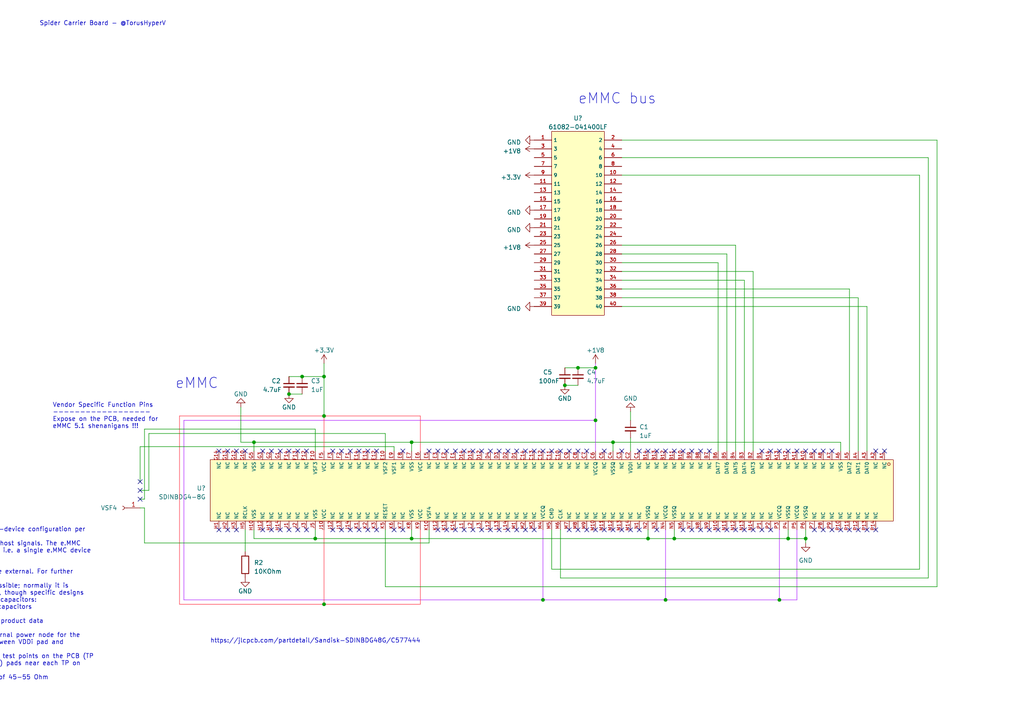
<source format=kicad_sch>
(kicad_sch (version 20230121) (generator eeschema)

  (uuid e63e39d7-6ac0-4ffd-8aa3-1841a4541b55)

  (paper "A4")

  (lib_symbols
    (symbol "Connector:Conn_01x01_Female" (pin_names (offset 1.016) hide) (in_bom yes) (on_board yes)
      (property "Reference" "J" (at 0 2.54 0)
        (effects (font (size 1.27 1.27)))
      )
      (property "Value" "Conn_01x01_Female" (at 0 -2.54 0)
        (effects (font (size 1.27 1.27)))
      )
      (property "Footprint" "" (at 0 0 0)
        (effects (font (size 1.27 1.27)) hide)
      )
      (property "Datasheet" "~" (at 0 0 0)
        (effects (font (size 1.27 1.27)) hide)
      )
      (property "ki_keywords" "connector" (at 0 0 0)
        (effects (font (size 1.27 1.27)) hide)
      )
      (property "ki_description" "Generic connector, single row, 01x01, script generated (kicad-library-utils/schlib/autogen/connector/)" (at 0 0 0)
        (effects (font (size 1.27 1.27)) hide)
      )
      (property "ki_fp_filters" "Connector*:*" (at 0 0 0)
        (effects (font (size 1.27 1.27)) hide)
      )
      (symbol "Conn_01x01_Female_1_1"
        (polyline
          (pts
            (xy -1.27 0)
            (xy -0.508 0)
          )
          (stroke (width 0.1524) (type default))
          (fill (type none))
        )
        (arc (start 0 0.508) (mid -0.5058 0) (end 0 -0.508)
          (stroke (width 0.1524) (type default))
          (fill (type none))
        )
        (pin passive line (at -5.08 0 0) (length 3.81)
          (name "Pin_1" (effects (font (size 1.27 1.27))))
          (number "1" (effects (font (size 1.27 1.27))))
        )
      )
    )
    (symbol "Device:C_Small" (pin_numbers hide) (pin_names (offset 0.254) hide) (in_bom yes) (on_board yes)
      (property "Reference" "C" (at 0.254 1.778 0)
        (effects (font (size 1.27 1.27)) (justify left))
      )
      (property "Value" "C_Small" (at 0.254 -2.032 0)
        (effects (font (size 1.27 1.27)) (justify left))
      )
      (property "Footprint" "" (at 0 0 0)
        (effects (font (size 1.27 1.27)) hide)
      )
      (property "Datasheet" "~" (at 0 0 0)
        (effects (font (size 1.27 1.27)) hide)
      )
      (property "ki_keywords" "capacitor cap" (at 0 0 0)
        (effects (font (size 1.27 1.27)) hide)
      )
      (property "ki_description" "Unpolarized capacitor, small symbol" (at 0 0 0)
        (effects (font (size 1.27 1.27)) hide)
      )
      (property "ki_fp_filters" "C_*" (at 0 0 0)
        (effects (font (size 1.27 1.27)) hide)
      )
      (symbol "C_Small_0_1"
        (polyline
          (pts
            (xy -1.524 -0.508)
            (xy 1.524 -0.508)
          )
          (stroke (width 0.3302) (type default))
          (fill (type none))
        )
        (polyline
          (pts
            (xy -1.524 0.508)
            (xy 1.524 0.508)
          )
          (stroke (width 0.3048) (type default))
          (fill (type none))
        )
      )
      (symbol "C_Small_1_1"
        (pin passive line (at 0 2.54 270) (length 2.032)
          (name "~" (effects (font (size 1.27 1.27))))
          (number "1" (effects (font (size 1.27 1.27))))
        )
        (pin passive line (at 0 -2.54 90) (length 2.032)
          (name "~" (effects (font (size 1.27 1.27))))
          (number "2" (effects (font (size 1.27 1.27))))
        )
      )
    )
    (symbol "Device:R" (pin_numbers hide) (pin_names (offset 0)) (in_bom yes) (on_board yes)
      (property "Reference" "R" (at 2.032 0 90)
        (effects (font (size 1.27 1.27)))
      )
      (property "Value" "R" (at 0 0 90)
        (effects (font (size 1.27 1.27)))
      )
      (property "Footprint" "" (at -1.778 0 90)
        (effects (font (size 1.27 1.27)) hide)
      )
      (property "Datasheet" "~" (at 0 0 0)
        (effects (font (size 1.27 1.27)) hide)
      )
      (property "ki_keywords" "R res resistor" (at 0 0 0)
        (effects (font (size 1.27 1.27)) hide)
      )
      (property "ki_description" "Resistor" (at 0 0 0)
        (effects (font (size 1.27 1.27)) hide)
      )
      (property "ki_fp_filters" "R_*" (at 0 0 0)
        (effects (font (size 1.27 1.27)) hide)
      )
      (symbol "R_0_1"
        (rectangle (start -1.016 -2.54) (end 1.016 2.54)
          (stroke (width 0.254) (type default))
          (fill (type none))
        )
      )
      (symbol "R_1_1"
        (pin passive line (at 0 3.81 270) (length 1.27)
          (name "~" (effects (font (size 1.27 1.27))))
          (number "1" (effects (font (size 1.27 1.27))))
        )
        (pin passive line (at 0 -3.81 90) (length 1.27)
          (name "~" (effects (font (size 1.27 1.27))))
          (number "2" (effects (font (size 1.27 1.27))))
        )
      )
    )
    (symbol "MyJLCLib2024:61082-041400LF" (in_bom yes) (on_board yes)
      (property "Reference" "U" (at 0 0 0)
        (effects (font (size 1.27 1.27)))
      )
      (property "Value" "61082-041400LF" (at 0 -3.81 0)
        (effects (font (size 1.27 1.27)))
      )
      (property "Footprint" "footprint:CONN-SMD_61082-041400LF" (at 1.27 -29.21 0)
        (effects (font (size 1.27 1.27) italic) hide)
      )
      (property "Datasheet" "https://atta.szlcsc.com/upload/public/pdf/source/20180628/C236050_1B436CBC4E58181A726F4E233AA9B673.pdf" (at -52.07 30.48 0)
        (effects (font (size 1.27 1.27)) (justify left) hide)
      )
      (property "LCSC" "C236050" (at 0 -1.27 0)
        (effects (font (size 1.27 1.27)) hide)
      )
      (property "ki_keywords" "C236050" (at 0 0 0)
        (effects (font (size 1.27 1.27)) hide)
      )
      (symbol "61082-041400LF_0_1"
        (rectangle (start -7.62 26.6701) (end 7.62 -26.6701)
          (stroke (width 0) (type default))
          (fill (type background))
        )
        (pin unspecified line (at -12.7 24.13 0) (length 5.08)
          (name "1" (effects (font (size 1 1))))
          (number "1" (effects (font (size 1 1))))
        )
        (pin unspecified line (at 12.7 13.97 180) (length 5.08)
          (name "10" (effects (font (size 1 1))))
          (number "10" (effects (font (size 1 1))))
        )
        (pin unspecified line (at -12.7 11.43 0) (length 5.08)
          (name "11" (effects (font (size 1 1))))
          (number "11" (effects (font (size 1 1))))
        )
        (pin unspecified line (at 12.7 11.43 180) (length 5.08)
          (name "12" (effects (font (size 1 1))))
          (number "12" (effects (font (size 1 1))))
        )
        (pin unspecified line (at -12.7 8.89 0) (length 5.08)
          (name "13" (effects (font (size 1 1))))
          (number "13" (effects (font (size 1 1))))
        )
        (pin unspecified line (at 12.7 8.89 180) (length 5.08)
          (name "14" (effects (font (size 1 1))))
          (number "14" (effects (font (size 1 1))))
        )
        (pin unspecified line (at -12.7 6.35 0) (length 5.08)
          (name "15" (effects (font (size 1 1))))
          (number "15" (effects (font (size 1 1))))
        )
        (pin unspecified line (at 12.7 6.35 180) (length 5.08)
          (name "16" (effects (font (size 1 1))))
          (number "16" (effects (font (size 1 1))))
        )
        (pin unspecified line (at -12.7 3.81 0) (length 5.08)
          (name "17" (effects (font (size 1 1))))
          (number "17" (effects (font (size 1 1))))
        )
        (pin unspecified line (at 12.7 3.81 180) (length 5.08)
          (name "18" (effects (font (size 1 1))))
          (number "18" (effects (font (size 1 1))))
        )
        (pin unspecified line (at -12.7 1.27 0) (length 5.08)
          (name "19" (effects (font (size 1 1))))
          (number "19" (effects (font (size 1 1))))
        )
        (pin unspecified line (at 12.7 24.13 180) (length 5.08)
          (name "2" (effects (font (size 1 1))))
          (number "2" (effects (font (size 1 1))))
        )
        (pin unspecified line (at 12.7 1.27 180) (length 5.08)
          (name "20" (effects (font (size 1 1))))
          (number "20" (effects (font (size 1 1))))
        )
        (pin unspecified line (at -12.7 -1.27 0) (length 5.08)
          (name "21" (effects (font (size 1 1))))
          (number "21" (effects (font (size 1 1))))
        )
        (pin unspecified line (at 12.7 -1.27 180) (length 5.08)
          (name "22" (effects (font (size 1 1))))
          (number "22" (effects (font (size 1 1))))
        )
        (pin unspecified line (at -12.7 -3.81 0) (length 5.08)
          (name "23" (effects (font (size 1 1))))
          (number "23" (effects (font (size 1 1))))
        )
        (pin unspecified line (at 12.7 -3.81 180) (length 5.08)
          (name "24" (effects (font (size 1 1))))
          (number "24" (effects (font (size 1 1))))
        )
        (pin unspecified line (at -12.7 -6.35 0) (length 5.08)
          (name "25" (effects (font (size 1 1))))
          (number "25" (effects (font (size 1 1))))
        )
        (pin unspecified line (at 12.7 -6.35 180) (length 5.08)
          (name "26" (effects (font (size 1 1))))
          (number "26" (effects (font (size 1 1))))
        )
        (pin unspecified line (at -12.7 -8.89 0) (length 5.08)
          (name "27" (effects (font (size 1 1))))
          (number "27" (effects (font (size 1 1))))
        )
        (pin unspecified line (at 12.7 -8.89 180) (length 5.08)
          (name "28" (effects (font (size 1 1))))
          (number "28" (effects (font (size 1 1))))
        )
        (pin unspecified line (at -12.7 -11.43 0) (length 5.08)
          (name "29" (effects (font (size 1 1))))
          (number "29" (effects (font (size 1 1))))
        )
        (pin unspecified line (at -12.7 21.59 0) (length 5.08)
          (name "3" (effects (font (size 1 1))))
          (number "3" (effects (font (size 1 1))))
        )
        (pin unspecified line (at 12.7 -11.43 180) (length 5.08)
          (name "30" (effects (font (size 1 1))))
          (number "30" (effects (font (size 1 1))))
        )
        (pin unspecified line (at -12.7 -13.97 0) (length 5.08)
          (name "31" (effects (font (size 1 1))))
          (number "31" (effects (font (size 1 1))))
        )
        (pin unspecified line (at 12.7 -13.97 180) (length 5.08)
          (name "32" (effects (font (size 1 1))))
          (number "32" (effects (font (size 1 1))))
        )
        (pin unspecified line (at -12.7 -16.51 0) (length 5.08)
          (name "33" (effects (font (size 1 1))))
          (number "33" (effects (font (size 1 1))))
        )
        (pin unspecified line (at 12.7 -16.51 180) (length 5.08)
          (name "34" (effects (font (size 1 1))))
          (number "34" (effects (font (size 1 1))))
        )
        (pin unspecified line (at -12.7 -19.05 0) (length 5.08)
          (name "35" (effects (font (size 1 1))))
          (number "35" (effects (font (size 1 1))))
        )
        (pin unspecified line (at 12.7 -19.05 180) (length 5.08)
          (name "36" (effects (font (size 1 1))))
          (number "36" (effects (font (size 1 1))))
        )
        (pin unspecified line (at -12.7 -21.59 0) (length 5.08)
          (name "37" (effects (font (size 1 1))))
          (number "37" (effects (font (size 1 1))))
        )
        (pin unspecified line (at 12.7 -21.59 180) (length 5.08)
          (name "38" (effects (font (size 1 1))))
          (number "38" (effects (font (size 1 1))))
        )
        (pin unspecified line (at -12.7 -24.13 0) (length 5.08)
          (name "39" (effects (font (size 1 1))))
          (number "39" (effects (font (size 1 1))))
        )
        (pin unspecified line (at 12.7 21.59 180) (length 5.08)
          (name "4" (effects (font (size 1 1))))
          (number "4" (effects (font (size 1 1))))
        )
        (pin unspecified line (at 12.7 -24.13 180) (length 5.08)
          (name "40" (effects (font (size 1 1))))
          (number "40" (effects (font (size 1 1))))
        )
        (pin unspecified line (at -12.7 19.05 0) (length 5.08)
          (name "5" (effects (font (size 1 1))))
          (number "5" (effects (font (size 1 1))))
        )
        (pin unspecified line (at 12.7 19.05 180) (length 5.08)
          (name "6" (effects (font (size 1 1))))
          (number "6" (effects (font (size 1 1))))
        )
        (pin unspecified line (at -12.7 16.51 0) (length 5.08)
          (name "7" (effects (font (size 1 1))))
          (number "7" (effects (font (size 1 1))))
        )
        (pin unspecified line (at 12.7 16.51 180) (length 5.08)
          (name "8" (effects (font (size 1 1))))
          (number "8" (effects (font (size 1 1))))
        )
        (pin unspecified line (at -12.7 13.97 0) (length 5.08)
          (name "9" (effects (font (size 1 1))))
          (number "9" (effects (font (size 1 1))))
        )
      )
    )
    (symbol "MyJLCLib2024:SDINBDG4-8G" (in_bom yes) (on_board yes)
      (property "Reference" "U" (at 1.27 1.2702 0)
        (effects (font (size 1.27 1.27)))
      )
      (property "Value" "SDINBDG4-8G" (at 1.27 -2.5398 0)
        (effects (font (size 1.27 1.27)))
      )
      (property "Footprint" "footprint:FBGA-153_L13.0-W11.5-P0.50_KLMAG1JETD-B041" (at 49.53 6.35 0)
        (effects (font (size 1.27 1.27) italic) hide)
      )
      (property "Datasheet" "https://item.szlcsc.com/512099.html?ref=editor&logined=true" (at 21.59 8.89 0)
        (effects (font (size 1.27 1.27)) (justify left) hide)
      )
      (property "LCSC" "C577444" (at 1.27 0.0002 0)
        (effects (font (size 1.27 1.27)) hide)
      )
      (property "ki_keywords" "C577444" (at 0 0 0)
        (effects (font (size 1.27 1.27)) hide)
      )
      (symbol "SDINBDG4-8G_0_1"
        (rectangle (start -8.89 99.0602) (end 8.89 -99.0602)
          (stroke (width 0) (type default))
          (fill (type background))
        )
        (circle (center -7.62 97.7904) (radius 0.381)
          (stroke (width 0) (type default))
          (fill (type background))
        )
        (pin unspecified line (at -11.43 96.52 0) (length 2.54)
          (name "NC" (effects (font (size 1 1))))
          (number "A1" (effects (font (size 1 1))))
        )
        (pin unspecified line (at -11.43 73.66 0) (length 2.54)
          (name "NC" (effects (font (size 1 1))))
          (number "A10" (effects (font (size 1 1))))
        )
        (pin unspecified line (at -11.43 71.12 0) (length 2.54)
          (name "NC" (effects (font (size 1 1))))
          (number "A11" (effects (font (size 1 1))))
        )
        (pin unspecified line (at -11.43 68.58 0) (length 2.54)
          (name "NC" (effects (font (size 1 1))))
          (number "A12" (effects (font (size 1 1))))
        )
        (pin unspecified line (at -11.43 66.04 0) (length 2.54)
          (name "NC" (effects (font (size 1 1))))
          (number "A13" (effects (font (size 1 1))))
        )
        (pin unspecified line (at -11.43 63.5 0) (length 2.54)
          (name "NC" (effects (font (size 1 1))))
          (number "A14" (effects (font (size 1 1))))
        )
        (pin unspecified line (at -11.43 93.98 0) (length 2.54)
          (name "NC" (effects (font (size 1 1))))
          (number "A2" (effects (font (size 1 1))))
        )
        (pin unspecified line (at -11.43 91.44 0) (length 2.54)
          (name "DAT0" (effects (font (size 1 1))))
          (number "A3" (effects (font (size 1 1))))
        )
        (pin unspecified line (at -11.43 88.9 0) (length 2.54)
          (name "DAT1" (effects (font (size 1 1))))
          (number "A4" (effects (font (size 1 1))))
        )
        (pin unspecified line (at -11.43 86.36 0) (length 2.54)
          (name "DAT2" (effects (font (size 1 1))))
          (number "A5" (effects (font (size 1 1))))
        )
        (pin unspecified line (at -11.43 83.82 0) (length 2.54)
          (name "VSS" (effects (font (size 1 1))))
          (number "A6" (effects (font (size 1 1))))
        )
        (pin unspecified line (at -11.43 81.28 0) (length 2.54)
          (name "NC" (effects (font (size 1 1))))
          (number "A7" (effects (font (size 1 1))))
        )
        (pin unspecified line (at -11.43 78.74 0) (length 2.54)
          (name "NC" (effects (font (size 1 1))))
          (number "A8" (effects (font (size 1 1))))
        )
        (pin unspecified line (at -11.43 76.2 0) (length 2.54)
          (name "NC" (effects (font (size 1 1))))
          (number "A9" (effects (font (size 1 1))))
        )
        (pin unspecified line (at -11.43 60.96 0) (length 2.54)
          (name "NC" (effects (font (size 1 1))))
          (number "B1" (effects (font (size 1 1))))
        )
        (pin unspecified line (at -11.43 38.1 0) (length 2.54)
          (name "NC" (effects (font (size 1 1))))
          (number "B10" (effects (font (size 1 1))))
        )
        (pin unspecified line (at -11.43 35.56 0) (length 2.54)
          (name "NC" (effects (font (size 1 1))))
          (number "B11" (effects (font (size 1 1))))
        )
        (pin unspecified line (at -11.43 33.02 0) (length 2.54)
          (name "NC" (effects (font (size 1 1))))
          (number "B12" (effects (font (size 1 1))))
        )
        (pin unspecified line (at -11.43 30.48 0) (length 2.54)
          (name "NC" (effects (font (size 1 1))))
          (number "B13" (effects (font (size 1 1))))
        )
        (pin unspecified line (at -11.43 27.94 0) (length 2.54)
          (name "NC" (effects (font (size 1 1))))
          (number "B14" (effects (font (size 1 1))))
        )
        (pin unspecified line (at -11.43 58.42 0) (length 2.54)
          (name "DAT3" (effects (font (size 1 1))))
          (number "B2" (effects (font (size 1 1))))
        )
        (pin unspecified line (at -11.43 55.88 0) (length 2.54)
          (name "DAT4" (effects (font (size 1 1))))
          (number "B3" (effects (font (size 1 1))))
        )
        (pin unspecified line (at -11.43 53.34 0) (length 2.54)
          (name "DAT5" (effects (font (size 1 1))))
          (number "B4" (effects (font (size 1 1))))
        )
        (pin unspecified line (at -11.43 50.8 0) (length 2.54)
          (name "DAT6" (effects (font (size 1 1))))
          (number "B5" (effects (font (size 1 1))))
        )
        (pin unspecified line (at -11.43 48.26 0) (length 2.54)
          (name "DAT7" (effects (font (size 1 1))))
          (number "B6" (effects (font (size 1 1))))
        )
        (pin unspecified line (at -11.43 45.72 0) (length 2.54)
          (name "NC" (effects (font (size 1 1))))
          (number "B7" (effects (font (size 1 1))))
        )
        (pin unspecified line (at -11.43 43.18 0) (length 2.54)
          (name "NC" (effects (font (size 1 1))))
          (number "B8" (effects (font (size 1 1))))
        )
        (pin unspecified line (at -11.43 40.64 0) (length 2.54)
          (name "NC" (effects (font (size 1 1))))
          (number "B9" (effects (font (size 1 1))))
        )
        (pin unspecified line (at -11.43 25.4 0) (length 2.54)
          (name "NC" (effects (font (size 1 1))))
          (number "C1" (effects (font (size 1 1))))
        )
        (pin unspecified line (at -11.43 2.54 0) (length 2.54)
          (name "NC" (effects (font (size 1 1))))
          (number "C10" (effects (font (size 1 1))))
        )
        (pin unspecified line (at -11.43 0 0) (length 2.54)
          (name "NC" (effects (font (size 1 1))))
          (number "C11" (effects (font (size 1 1))))
        )
        (pin unspecified line (at -11.43 -2.54 0) (length 2.54)
          (name "NC" (effects (font (size 1 1))))
          (number "C12" (effects (font (size 1 1))))
        )
        (pin unspecified line (at -11.43 -5.08 0) (length 2.54)
          (name "NC" (effects (font (size 1 1))))
          (number "C13" (effects (font (size 1 1))))
        )
        (pin unspecified line (at -11.43 -7.62 0) (length 2.54)
          (name "NC" (effects (font (size 1 1))))
          (number "C14" (effects (font (size 1 1))))
        )
        (pin unspecified line (at -11.43 22.86 0) (length 2.54)
          (name "VDDI" (effects (font (size 1 1))))
          (number "C2" (effects (font (size 1 1))))
        )
        (pin unspecified line (at -11.43 20.32 0) (length 2.54)
          (name "NC" (effects (font (size 1 1))))
          (number "C3" (effects (font (size 1 1))))
        )
        (pin unspecified line (at -11.43 17.78 0) (length 2.54)
          (name "VSSQ" (effects (font (size 1 1))))
          (number "C4" (effects (font (size 1 1))))
        )
        (pin unspecified line (at -11.43 15.24 0) (length 2.54)
          (name "NC" (effects (font (size 1 1))))
          (number "C5" (effects (font (size 1 1))))
        )
        (pin unspecified line (at -11.43 12.7 0) (length 2.54)
          (name "VCCQ" (effects (font (size 1 1))))
          (number "C6" (effects (font (size 1 1))))
        )
        (pin unspecified line (at -11.43 10.16 0) (length 2.54)
          (name "NC" (effects (font (size 1 1))))
          (number "C7" (effects (font (size 1 1))))
        )
        (pin unspecified line (at -11.43 7.62 0) (length 2.54)
          (name "NC" (effects (font (size 1 1))))
          (number "C8" (effects (font (size 1 1))))
        )
        (pin unspecified line (at -11.43 5.08 0) (length 2.54)
          (name "NC" (effects (font (size 1 1))))
          (number "C9" (effects (font (size 1 1))))
        )
        (pin unspecified line (at -11.43 -10.16 0) (length 2.54)
          (name "NC" (effects (font (size 1 1))))
          (number "D1" (effects (font (size 1 1))))
        )
        (pin unspecified line (at -11.43 -20.32 0) (length 2.54)
          (name "NC" (effects (font (size 1 1))))
          (number "D12" (effects (font (size 1 1))))
        )
        (pin unspecified line (at -11.43 -22.86 0) (length 2.54)
          (name "NC" (effects (font (size 1 1))))
          (number "D13" (effects (font (size 1 1))))
        )
        (pin unspecified line (at -11.43 -25.4 0) (length 2.54)
          (name "NC" (effects (font (size 1 1))))
          (number "D14" (effects (font (size 1 1))))
        )
        (pin unspecified line (at -11.43 -12.7 0) (length 2.54)
          (name "NC" (effects (font (size 1 1))))
          (number "D2" (effects (font (size 1 1))))
        )
        (pin unspecified line (at -11.43 -15.24 0) (length 2.54)
          (name "NC" (effects (font (size 1 1))))
          (number "D3" (effects (font (size 1 1))))
        )
        (pin unspecified line (at -11.43 -17.78 0) (length 2.54)
          (name "NC" (effects (font (size 1 1))))
          (number "D4" (effects (font (size 1 1))))
        )
        (pin unspecified line (at -11.43 -27.94 0) (length 2.54)
          (name "NC" (effects (font (size 1 1))))
          (number "E1" (effects (font (size 1 1))))
        )
        (pin unspecified line (at -11.43 -50.8 0) (length 2.54)
          (name "NC" (effects (font (size 1 1))))
          (number "E12" (effects (font (size 1 1))))
        )
        (pin unspecified line (at -11.43 -53.34 0) (length 2.54)
          (name "NC" (effects (font (size 1 1))))
          (number "E13" (effects (font (size 1 1))))
        )
        (pin unspecified line (at -11.43 -55.88 0) (length 2.54)
          (name "NC" (effects (font (size 1 1))))
          (number "E14" (effects (font (size 1 1))))
        )
        (pin unspecified line (at -11.43 -30.48 0) (length 2.54)
          (name "NC" (effects (font (size 1 1))))
          (number "E2" (effects (font (size 1 1))))
        )
        (pin unspecified line (at -11.43 -33.02 0) (length 2.54)
          (name "NC" (effects (font (size 1 1))))
          (number "E3" (effects (font (size 1 1))))
        )
        (pin unspecified line (at -11.43 -35.56 0) (length 2.54)
          (name "NC" (effects (font (size 1 1))))
          (number "E5" (effects (font (size 1 1))))
        )
        (pin unspecified line (at -11.43 -38.1 0) (length 2.54)
          (name "VCC" (effects (font (size 1 1))))
          (number "E6" (effects (font (size 1 1))))
        )
        (pin unspecified line (at -11.43 -40.64 0) (length 2.54)
          (name "VSS" (effects (font (size 1 1))))
          (number "E7" (effects (font (size 1 1))))
        )
        (pin unspecified line (at -11.43 -43.18 0) (length 2.54)
          (name "NC" (effects (font (size 1 1))))
          (number "E8" (effects (font (size 1 1))))
        )
        (pin unspecified line (at -11.43 -45.72 0) (length 2.54)
          (name "VSF1" (effects (font (size 1 1))))
          (number "E9" (effects (font (size 1 1))))
        )
        (pin unspecified line (at -11.43 -58.42 0) (length 2.54)
          (name "NC" (effects (font (size 1 1))))
          (number "F1" (effects (font (size 1 1))))
        )
        (pin unspecified line (at -11.43 -68.58 0) (length 2.54)
          (name "VSF3" (effects (font (size 1 1))))
          (number "F10" (effects (font (size 1 1))))
        )
        (pin unspecified line (at -11.43 -71.12 0) (length 2.54)
          (name "NC" (effects (font (size 1 1))))
          (number "F12" (effects (font (size 1 1))))
        )
        (pin unspecified line (at -11.43 -73.66 0) (length 2.54)
          (name "NC" (effects (font (size 1 1))))
          (number "F13" (effects (font (size 1 1))))
        )
        (pin unspecified line (at -11.43 -76.2 0) (length 2.54)
          (name "NC" (effects (font (size 1 1))))
          (number "F14" (effects (font (size 1 1))))
        )
        (pin unspecified line (at -11.43 -60.96 0) (length 2.54)
          (name "NC" (effects (font (size 1 1))))
          (number "F2" (effects (font (size 1 1))))
        )
        (pin unspecified line (at -11.43 -63.5 0) (length 2.54)
          (name "NC" (effects (font (size 1 1))))
          (number "F3" (effects (font (size 1 1))))
        )
        (pin unspecified line (at -11.43 -66.04 0) (length 2.54)
          (name "VCC" (effects (font (size 1 1))))
          (number "F5" (effects (font (size 1 1))))
        )
        (pin unspecified line (at -11.43 -78.74 0) (length 2.54)
          (name "NC" (effects (font (size 1 1))))
          (number "G1" (effects (font (size 1 1))))
        )
        (pin unspecified line (at -11.43 -88.9 0) (length 2.54)
          (name "NC" (effects (font (size 1 1))))
          (number "G10" (effects (font (size 1 1))))
        )
        (pin unspecified line (at -11.43 -91.44 0) (length 2.54)
          (name "NC" (effects (font (size 1 1))))
          (number "G12" (effects (font (size 1 1))))
        )
        (pin unspecified line (at -11.43 -93.98 0) (length 2.54)
          (name "NC" (effects (font (size 1 1))))
          (number "G13" (effects (font (size 1 1))))
        )
        (pin unspecified line (at -11.43 -96.52 0) (length 2.54)
          (name "NC" (effects (font (size 1 1))))
          (number "G14" (effects (font (size 1 1))))
        )
        (pin unspecified line (at -11.43 -81.28 0) (length 2.54)
          (name "NC" (effects (font (size 1 1))))
          (number "G2" (effects (font (size 1 1))))
        )
        (pin unspecified line (at -11.43 -83.82 0) (length 2.54)
          (name "NC" (effects (font (size 1 1))))
          (number "G3" (effects (font (size 1 1))))
        )
        (pin unspecified line (at -11.43 -86.36 0) (length 2.54)
          (name "VSS" (effects (font (size 1 1))))
          (number "G5" (effects (font (size 1 1))))
        )
        (pin unspecified line (at 11.43 -96.52 180) (length 2.54)
          (name "NC" (effects (font (size 1 1))))
          (number "H1" (effects (font (size 1 1))))
        )
        (pin unspecified line (at 11.43 -86.36 180) (length 2.54)
          (name "VSS" (effects (font (size 1 1))))
          (number "H10" (effects (font (size 1 1))))
        )
        (pin unspecified line (at 11.43 -83.82 180) (length 2.54)
          (name "NC" (effects (font (size 1 1))))
          (number "H12" (effects (font (size 1 1))))
        )
        (pin unspecified line (at 11.43 -81.28 180) (length 2.54)
          (name "NC" (effects (font (size 1 1))))
          (number "H13" (effects (font (size 1 1))))
        )
        (pin unspecified line (at 11.43 -78.74 180) (length 2.54)
          (name "NC" (effects (font (size 1 1))))
          (number "H14" (effects (font (size 1 1))))
        )
        (pin unspecified line (at 11.43 -93.98 180) (length 2.54)
          (name "NC" (effects (font (size 1 1))))
          (number "H2" (effects (font (size 1 1))))
        )
        (pin unspecified line (at 11.43 -91.44 180) (length 2.54)
          (name "NC" (effects (font (size 1 1))))
          (number "H3" (effects (font (size 1 1))))
        )
        (pin unspecified line (at 11.43 -88.9 180) (length 2.54)
          (name "RCLK" (effects (font (size 1 1))))
          (number "H5" (effects (font (size 1 1))))
        )
        (pin unspecified line (at 11.43 -76.2 180) (length 2.54)
          (name "NC" (effects (font (size 1 1))))
          (number "J1" (effects (font (size 1 1))))
        )
        (pin unspecified line (at 11.43 -66.04 180) (length 2.54)
          (name "VCC" (effects (font (size 1 1))))
          (number "J10" (effects (font (size 1 1))))
        )
        (pin unspecified line (at 11.43 -63.5 180) (length 2.54)
          (name "NC" (effects (font (size 1 1))))
          (number "J12" (effects (font (size 1 1))))
        )
        (pin unspecified line (at 11.43 -60.96 180) (length 2.54)
          (name "NC" (effects (font (size 1 1))))
          (number "J13" (effects (font (size 1 1))))
        )
        (pin unspecified line (at 11.43 -58.42 180) (length 2.54)
          (name "NC" (effects (font (size 1 1))))
          (number "J14" (effects (font (size 1 1))))
        )
        (pin unspecified line (at 11.43 -73.66 180) (length 2.54)
          (name "NC" (effects (font (size 1 1))))
          (number "J2" (effects (font (size 1 1))))
        )
        (pin unspecified line (at 11.43 -71.12 180) (length 2.54)
          (name "NC" (effects (font (size 1 1))))
          (number "J3" (effects (font (size 1 1))))
        )
        (pin unspecified line (at 11.43 -68.58 180) (length 2.54)
          (name "VSS" (effects (font (size 1 1))))
          (number "J5" (effects (font (size 1 1))))
        )
        (pin unspecified line (at 11.43 -55.88 180) (length 2.54)
          (name "NC" (effects (font (size 1 1))))
          (number "K1" (effects (font (size 1 1))))
        )
        (pin unspecified line (at 11.43 -35.56 180) (length 2.54)
          (name "VSF4" (effects (font (size 1 1))))
          (number "K10" (effects (font (size 1 1))))
        )
        (pin unspecified line (at 11.43 -33.02 180) (length 2.54)
          (name "NC" (effects (font (size 1 1))))
          (number "K12" (effects (font (size 1 1))))
        )
        (pin unspecified line (at 11.43 -30.48 180) (length 2.54)
          (name "NC" (effects (font (size 1 1))))
          (number "K13" (effects (font (size 1 1))))
        )
        (pin unspecified line (at 11.43 -27.94 180) (length 2.54)
          (name "NC" (effects (font (size 1 1))))
          (number "K14" (effects (font (size 1 1))))
        )
        (pin unspecified line (at 11.43 -53.34 180) (length 2.54)
          (name "NC" (effects (font (size 1 1))))
          (number "K2" (effects (font (size 1 1))))
        )
        (pin unspecified line (at 11.43 -50.8 180) (length 2.54)
          (name "NC" (effects (font (size 1 1))))
          (number "K3" (effects (font (size 1 1))))
        )
        (pin unspecified line (at 11.43 -48.26 180) (length 2.54)
          (name "RESET" (effects (font (size 1 1))))
          (number "K5" (effects (font (size 1 1))))
        )
        (pin unspecified line (at 11.43 -45.72 180) (length 2.54)
          (name "NC" (effects (font (size 1 1))))
          (number "K6" (effects (font (size 1 1))))
        )
        (pin unspecified line (at 11.43 -43.18 180) (length 2.54)
          (name "NC" (effects (font (size 1 1))))
          (number "K7" (effects (font (size 1 1))))
        )
        (pin unspecified line (at 11.43 -40.64 180) (length 2.54)
          (name "VSS" (effects (font (size 1 1))))
          (number "K8" (effects (font (size 1 1))))
        )
        (pin unspecified line (at 11.43 -38.1 180) (length 2.54)
          (name "VCC" (effects (font (size 1 1))))
          (number "K9" (effects (font (size 1 1))))
        )
        (pin unspecified line (at 11.43 -25.4 180) (length 2.54)
          (name "NC" (effects (font (size 1 1))))
          (number "L1" (effects (font (size 1 1))))
        )
        (pin unspecified line (at 11.43 -17.78 180) (length 2.54)
          (name "NC" (effects (font (size 1 1))))
          (number "L12" (effects (font (size 1 1))))
        )
        (pin unspecified line (at 11.43 -15.24 180) (length 2.54)
          (name "NC" (effects (font (size 1 1))))
          (number "L13" (effects (font (size 1 1))))
        )
        (pin unspecified line (at 11.43 -12.7 180) (length 2.54)
          (name "NC" (effects (font (size 1 1))))
          (number "L14" (effects (font (size 1 1))))
        )
        (pin unspecified line (at 11.43 -22.86 180) (length 2.54)
          (name "NC" (effects (font (size 1 1))))
          (number "L2" (effects (font (size 1 1))))
        )
        (pin unspecified line (at 11.43 -20.32 180) (length 2.54)
          (name "NC" (effects (font (size 1 1))))
          (number "L3" (effects (font (size 1 1))))
        )
        (pin unspecified line (at 11.43 -10.16 180) (length 2.54)
          (name "NC" (effects (font (size 1 1))))
          (number "M1" (effects (font (size 1 1))))
        )
        (pin unspecified line (at 11.43 12.7 180) (length 2.54)
          (name "NC" (effects (font (size 1 1))))
          (number "M10" (effects (font (size 1 1))))
        )
        (pin unspecified line (at 11.43 15.24 180) (length 2.54)
          (name "NC" (effects (font (size 1 1))))
          (number "M11" (effects (font (size 1 1))))
        )
        (pin unspecified line (at 11.43 17.78 180) (length 2.54)
          (name "NC" (effects (font (size 1 1))))
          (number "M12" (effects (font (size 1 1))))
        )
        (pin unspecified line (at 11.43 20.32 180) (length 2.54)
          (name "NC" (effects (font (size 1 1))))
          (number "M13" (effects (font (size 1 1))))
        )
        (pin unspecified line (at 11.43 22.86 180) (length 2.54)
          (name "NC" (effects (font (size 1 1))))
          (number "M14" (effects (font (size 1 1))))
        )
        (pin unspecified line (at 11.43 -7.62 180) (length 2.54)
          (name "NC" (effects (font (size 1 1))))
          (number "M2" (effects (font (size 1 1))))
        )
        (pin unspecified line (at 11.43 -5.08 180) (length 2.54)
          (name "NC" (effects (font (size 1 1))))
          (number "M3" (effects (font (size 1 1))))
        )
        (pin unspecified line (at 11.43 -2.54 180) (length 2.54)
          (name "VCCQ" (effects (font (size 1 1))))
          (number "M4" (effects (font (size 1 1))))
        )
        (pin unspecified line (at 11.43 0 180) (length 2.54)
          (name "CMD" (effects (font (size 1 1))))
          (number "M5" (effects (font (size 1 1))))
        )
        (pin unspecified line (at 11.43 2.54 180) (length 2.54)
          (name "CLK" (effects (font (size 1 1))))
          (number "M6" (effects (font (size 1 1))))
        )
        (pin unspecified line (at 11.43 5.08 180) (length 2.54)
          (name "NC" (effects (font (size 1 1))))
          (number "M7" (effects (font (size 1 1))))
        )
        (pin unspecified line (at 11.43 7.62 180) (length 2.54)
          (name "NC" (effects (font (size 1 1))))
          (number "M8" (effects (font (size 1 1))))
        )
        (pin unspecified line (at 11.43 10.16 180) (length 2.54)
          (name "NC" (effects (font (size 1 1))))
          (number "M9" (effects (font (size 1 1))))
        )
        (pin unspecified line (at 11.43 25.4 180) (length 2.54)
          (name "NC" (effects (font (size 1 1))))
          (number "N1" (effects (font (size 1 1))))
        )
        (pin unspecified line (at 11.43 48.26 180) (length 2.54)
          (name "NC" (effects (font (size 1 1))))
          (number "N10" (effects (font (size 1 1))))
        )
        (pin unspecified line (at 11.43 50.8 180) (length 2.54)
          (name "NC" (effects (font (size 1 1))))
          (number "N11" (effects (font (size 1 1))))
        )
        (pin unspecified line (at 11.43 53.34 180) (length 2.54)
          (name "NC" (effects (font (size 1 1))))
          (number "N12" (effects (font (size 1 1))))
        )
        (pin unspecified line (at 11.43 55.88 180) (length 2.54)
          (name "NC" (effects (font (size 1 1))))
          (number "N13" (effects (font (size 1 1))))
        )
        (pin unspecified line (at 11.43 58.42 180) (length 2.54)
          (name "NC" (effects (font (size 1 1))))
          (number "N14" (effects (font (size 1 1))))
        )
        (pin unspecified line (at 11.43 27.94 180) (length 2.54)
          (name "VSSQ" (effects (font (size 1 1))))
          (number "N2" (effects (font (size 1 1))))
        )
        (pin unspecified line (at 11.43 30.48 180) (length 2.54)
          (name "NC" (effects (font (size 1 1))))
          (number "N3" (effects (font (size 1 1))))
        )
        (pin unspecified line (at 11.43 33.02 180) (length 2.54)
          (name "VCCQ" (effects (font (size 1 1))))
          (number "N4" (effects (font (size 1 1))))
        )
        (pin unspecified line (at 11.43 35.56 180) (length 2.54)
          (name "VSSQ" (effects (font (size 1 1))))
          (number "N5" (effects (font (size 1 1))))
        )
        (pin unspecified line (at 11.43 38.1 180) (length 2.54)
          (name "NC" (effects (font (size 1 1))))
          (number "N6" (effects (font (size 1 1))))
        )
        (pin unspecified line (at 11.43 40.64 180) (length 2.54)
          (name "NC" (effects (font (size 1 1))))
          (number "N7" (effects (font (size 1 1))))
        )
        (pin unspecified line (at 11.43 43.18 180) (length 2.54)
          (name "NC" (effects (font (size 1 1))))
          (number "N8" (effects (font (size 1 1))))
        )
        (pin unspecified line (at 11.43 45.72 180) (length 2.54)
          (name "NC" (effects (font (size 1 1))))
          (number "N9" (effects (font (size 1 1))))
        )
        (pin unspecified line (at 11.43 60.96 180) (length 2.54)
          (name "NC" (effects (font (size 1 1))))
          (number "P1" (effects (font (size 1 1))))
        )
        (pin unspecified line (at 11.43 83.82 180) (length 2.54)
          (name "NC" (effects (font (size 1 1))))
          (number "P10" (effects (font (size 1 1))))
        )
        (pin unspecified line (at 11.43 86.36 180) (length 2.54)
          (name "NC" (effects (font (size 1 1))))
          (number "P11" (effects (font (size 1 1))))
        )
        (pin unspecified line (at 11.43 88.9 180) (length 2.54)
          (name "NC" (effects (font (size 1 1))))
          (number "P12" (effects (font (size 1 1))))
        )
        (pin unspecified line (at 11.43 91.44 180) (length 2.54)
          (name "NC" (effects (font (size 1 1))))
          (number "P13" (effects (font (size 1 1))))
        )
        (pin unspecified line (at 11.43 93.98 180) (length 2.54)
          (name "NC" (effects (font (size 1 1))))
          (number "P14" (effects (font (size 1 1))))
        )
        (pin unspecified line (at 11.43 63.5 180) (length 2.54)
          (name "NC" (effects (font (size 1 1))))
          (number "P2" (effects (font (size 1 1))))
        )
        (pin unspecified line (at 11.43 66.04 180) (length 2.54)
          (name "VCCQ" (effects (font (size 1 1))))
          (number "P3" (effects (font (size 1 1))))
        )
        (pin unspecified line (at 11.43 68.58 180) (length 2.54)
          (name "VSSQ" (effects (font (size 1 1))))
          (number "P4" (effects (font (size 1 1))))
        )
        (pin unspecified line (at 11.43 71.12 180) (length 2.54)
          (name "VCCQ" (effects (font (size 1 1))))
          (number "P5" (effects (font (size 1 1))))
        )
        (pin unspecified line (at 11.43 73.66 180) (length 2.54)
          (name "VSSQ" (effects (font (size 1 1))))
          (number "P6" (effects (font (size 1 1))))
        )
        (pin unspecified line (at 11.43 76.2 180) (length 2.54)
          (name "NC" (effects (font (size 1 1))))
          (number "P7" (effects (font (size 1 1))))
        )
        (pin unspecified line (at 11.43 78.74 180) (length 2.54)
          (name "NC" (effects (font (size 1 1))))
          (number "P8" (effects (font (size 1 1))))
        )
        (pin unspecified line (at 11.43 81.28 180) (length 2.54)
          (name "NC" (effects (font (size 1 1))))
          (number "P9" (effects (font (size 1 1))))
        )
      )
      (symbol "SDINBDG4-8G_1_1"
        (pin unspecified line (at -11.43 -48.26 0) (length 2.54)
          (name "VSF2" (effects (font (size 1 1))))
          (number "E10" (effects (font (size 1 1))))
        )
      )
    )
    (symbol "power:+1V8" (power) (pin_names (offset 0)) (in_bom yes) (on_board yes)
      (property "Reference" "#PWR" (at 0 -3.81 0)
        (effects (font (size 1.27 1.27)) hide)
      )
      (property "Value" "+1V8" (at 0 3.556 0)
        (effects (font (size 1.27 1.27)))
      )
      (property "Footprint" "" (at 0 0 0)
        (effects (font (size 1.27 1.27)) hide)
      )
      (property "Datasheet" "" (at 0 0 0)
        (effects (font (size 1.27 1.27)) hide)
      )
      (property "ki_keywords" "global power" (at 0 0 0)
        (effects (font (size 1.27 1.27)) hide)
      )
      (property "ki_description" "Power symbol creates a global label with name \"+1V8\"" (at 0 0 0)
        (effects (font (size 1.27 1.27)) hide)
      )
      (symbol "+1V8_0_1"
        (polyline
          (pts
            (xy -0.762 1.27)
            (xy 0 2.54)
          )
          (stroke (width 0) (type default))
          (fill (type none))
        )
        (polyline
          (pts
            (xy 0 0)
            (xy 0 2.54)
          )
          (stroke (width 0) (type default))
          (fill (type none))
        )
        (polyline
          (pts
            (xy 0 2.54)
            (xy 0.762 1.27)
          )
          (stroke (width 0) (type default))
          (fill (type none))
        )
      )
      (symbol "+1V8_1_1"
        (pin power_in line (at 0 0 90) (length 0) hide
          (name "+1V8" (effects (font (size 1.27 1.27))))
          (number "1" (effects (font (size 1.27 1.27))))
        )
      )
    )
    (symbol "power:+3.3V" (power) (pin_names (offset 0)) (in_bom yes) (on_board yes)
      (property "Reference" "#PWR" (at 0 -3.81 0)
        (effects (font (size 1.27 1.27)) hide)
      )
      (property "Value" "+3.3V" (at 0 3.556 0)
        (effects (font (size 1.27 1.27)))
      )
      (property "Footprint" "" (at 0 0 0)
        (effects (font (size 1.27 1.27)) hide)
      )
      (property "Datasheet" "" (at 0 0 0)
        (effects (font (size 1.27 1.27)) hide)
      )
      (property "ki_keywords" "global power" (at 0 0 0)
        (effects (font (size 1.27 1.27)) hide)
      )
      (property "ki_description" "Power symbol creates a global label with name \"+3.3V\"" (at 0 0 0)
        (effects (font (size 1.27 1.27)) hide)
      )
      (symbol "+3.3V_0_1"
        (polyline
          (pts
            (xy -0.762 1.27)
            (xy 0 2.54)
          )
          (stroke (width 0) (type default))
          (fill (type none))
        )
        (polyline
          (pts
            (xy 0 0)
            (xy 0 2.54)
          )
          (stroke (width 0) (type default))
          (fill (type none))
        )
        (polyline
          (pts
            (xy 0 2.54)
            (xy 0.762 1.27)
          )
          (stroke (width 0) (type default))
          (fill (type none))
        )
      )
      (symbol "+3.3V_1_1"
        (pin power_in line (at 0 0 90) (length 0) hide
          (name "+3.3V" (effects (font (size 1.27 1.27))))
          (number "1" (effects (font (size 1.27 1.27))))
        )
      )
    )
    (symbol "power:GND" (power) (pin_names (offset 0)) (in_bom yes) (on_board yes)
      (property "Reference" "#PWR" (at 0 -6.35 0)
        (effects (font (size 1.27 1.27)) hide)
      )
      (property "Value" "GND" (at 0 -3.81 0)
        (effects (font (size 1.27 1.27)))
      )
      (property "Footprint" "" (at 0 0 0)
        (effects (font (size 1.27 1.27)) hide)
      )
      (property "Datasheet" "" (at 0 0 0)
        (effects (font (size 1.27 1.27)) hide)
      )
      (property "ki_keywords" "global power" (at 0 0 0)
        (effects (font (size 1.27 1.27)) hide)
      )
      (property "ki_description" "Power symbol creates a global label with name \"GND\" , ground" (at 0 0 0)
        (effects (font (size 1.27 1.27)) hide)
      )
      (symbol "GND_0_1"
        (polyline
          (pts
            (xy 0 0)
            (xy 0 -1.27)
            (xy 1.27 -1.27)
            (xy 0 -2.54)
            (xy -1.27 -1.27)
            (xy 0 -1.27)
          )
          (stroke (width 0) (type default))
          (fill (type none))
        )
      )
      (symbol "GND_1_1"
        (pin power_in line (at 0 0 270) (length 0) hide
          (name "GND" (effects (font (size 1.27 1.27))))
          (number "1" (effects (font (size 1.27 1.27))))
        )
      )
    )
  )

  (junction (at 73.66 128.27) (diameter 0) (color 0 0 0 0)
    (uuid 003f8698-d0ff-4bbd-ad4a-0b5c7f1fec0a)
  )
  (junction (at 93.98 109.22) (diameter 0) (color 0 0 0 0)
    (uuid 16421c88-3b62-4d5d-a8ba-e35d5b1090db)
  )
  (junction (at 228.6 156.21) (diameter 0) (color 0 0 0 0)
    (uuid 2097913a-712d-402d-a197-e778602b2c38)
  )
  (junction (at 193.04 173.99) (diameter 0) (color 0 0 0 0)
    (uuid 38f4cace-f286-4a67-86d3-14b7156d8816)
  )
  (junction (at 93.98 175.26) (diameter 0) (color 0 0 0 0)
    (uuid 402258d1-530f-4961-9775-0ee3b2f040c9)
  )
  (junction (at 177.8 128.27) (diameter 0) (color 0 0 0 0)
    (uuid 4d862116-a2af-4e3e-8fbe-55791353c818)
  )
  (junction (at 87.63 109.22) (diameter 0) (color 0 0 0 0)
    (uuid 532bb418-3236-4ba9-8e3f-6845c99fe293)
  )
  (junction (at 163.83 111.76) (diameter 0) (color 0 0 0 0)
    (uuid 6826ee78-2edc-4337-985c-4ac702e8635d)
  )
  (junction (at 91.44 156.21) (diameter 0) (color 0 0 0 0)
    (uuid 6a59c7b3-ae3c-4227-ac6e-ff958bc7f318)
  )
  (junction (at 167.64 106.68) (diameter 0) (color 0 0 0 0)
    (uuid 8296dad5-1ced-4217-9bb8-8e0997980849)
  )
  (junction (at 157.48 173.99) (diameter 0) (color 0 0 0 0)
    (uuid 92714d7f-5661-4600-9bbd-48bec7991463)
  )
  (junction (at 119.38 128.27) (diameter 0) (color 0 0 0 0)
    (uuid ab22bc1c-8dd7-41bd-a7cf-0d14785038fd)
  )
  (junction (at 172.72 121.92) (diameter 0) (color 0 0 0 0)
    (uuid ad83dea3-dad5-43da-9981-fb485a07ae4d)
  )
  (junction (at 172.72 106.68) (diameter 0) (color 0 0 0 0)
    (uuid aeb1409c-bfb0-46bc-a422-2910b8662f40)
  )
  (junction (at 93.98 120.65) (diameter 0) (color 0 0 0 0)
    (uuid b05a1d27-0769-4c8a-a6b4-21b70fed3c4b)
  )
  (junction (at 226.06 173.99) (diameter 0) (color 0 0 0 0)
    (uuid c5443644-db79-466b-a0d6-59fda0b904df)
  )
  (junction (at 83.82 114.3) (diameter 0) (color 0 0 0 0)
    (uuid cd40e0cc-2587-4ba4-be65-880afbbd5a62)
  )
  (junction (at 233.68 156.21) (diameter 0) (color 0 0 0 0)
    (uuid cf56370b-8ecf-4a4d-9898-9e2a6a9e037e)
  )
  (junction (at 187.96 156.21) (diameter 0) (color 0 0 0 0)
    (uuid d6aa71e3-8e30-425b-b4c1-a9d06016282d)
  )
  (junction (at 195.58 156.21) (diameter 0) (color 0 0 0 0)
    (uuid d8e05117-79da-4cf1-8c88-667027e72bd0)
  )
  (junction (at 119.38 156.21) (diameter 0) (color 0 0 0 0)
    (uuid fd444904-91c9-4c0e-9c6e-18602a031855)
  )

  (no_connect (at 185.42 130.81) (uuid 023b9c6a-e623-4516-b319-2bb315927fad))
  (no_connect (at 195.58 130.81) (uuid 02f5c4c4-66ec-4d23-99ed-45a0505d623c))
  (no_connect (at 114.3 153.67) (uuid 04568303-6984-44ce-97f8-bfa667bd2a85))
  (no_connect (at 78.74 130.81) (uuid 0507fb2f-72ae-455a-a043-782bbb168145))
  (no_connect (at 40.64 142.24) (uuid 0bb58b54-95c4-4029-93ea-2748f7baebb1))
  (no_connect (at 132.08 130.81) (uuid 0bf0dec9-039f-4f45-b8ae-bcd8c66b9503))
  (no_connect (at 220.98 153.67) (uuid 0c066097-018c-42a9-a075-4f6bbcb5efac))
  (no_connect (at 142.24 130.81) (uuid 0c820b67-7639-42fa-b93c-139c7cf8a7dd))
  (no_connect (at 124.46 130.81) (uuid 0ec2a67b-6d04-4043-b549-106f70a3f5a4))
  (no_connect (at 129.54 130.81) (uuid 15f4c168-d893-4605-8813-9bfb4ab4c723))
  (no_connect (at 213.36 153.67) (uuid 1aa2dad9-3312-46b5-b714-5f5183760a86))
  (no_connect (at 198.12 130.81) (uuid 1e5fb216-bf2f-458f-b02d-7d02ed66157a))
  (no_connect (at 223.52 130.81) (uuid 29726c30-f036-4448-b8ff-4b4fb71d7bd5))
  (no_connect (at 78.74 153.67) (uuid 2a9f0a00-aa78-42b0-abca-726ef1ac783b))
  (no_connect (at 104.14 153.67) (uuid 2aa686a2-5f9d-42d5-b7ce-995524d98c09))
  (no_connect (at 83.82 153.67) (uuid 2b42161c-cbe4-448f-bb84-dc9003b763b2))
  (no_connect (at 116.84 153.67) (uuid 2b46d8e4-b839-4c45-820d-cdf9eda4559e))
  (no_connect (at 236.22 130.81) (uuid 36439849-8c8f-43ff-bc57-0c074d7e8d1f))
  (no_connect (at 152.4 153.67) (uuid 36f881d8-e9c8-42c3-8072-34ac7b78aecd))
  (no_connect (at 187.96 130.81) (uuid 3880cec3-5f53-4fb0-b382-8c937497c7dc))
  (no_connect (at 66.04 130.81) (uuid 38c275a5-4b1c-4628-ab0d-c20a4f4a4267))
  (no_connect (at 127 130.81) (uuid 3a2b24bb-6fc4-4ce8-86a6-1c66f6e612a6))
  (no_connect (at 190.5 130.81) (uuid 3ba9a3b7-af55-4e75-a80f-44b5b1e24a6e))
  (no_connect (at 86.36 153.67) (uuid 3f9acf25-3c9d-4317-8d6f-9181c298da89))
  (no_connect (at 142.24 153.67) (uuid 400f1e90-33d7-4b8b-abbb-09b0048f1748))
  (no_connect (at 254 153.67) (uuid 40d50903-4efa-4a84-b20a-5648ef3ef4a9))
  (no_connect (at 241.3 130.81) (uuid 420e1b81-1d92-4c07-8a56-1c0ef6ae1c04))
  (no_connect (at 63.5 153.67) (uuid 44e4ab9e-dc76-4418-a071-4b072ed632d1))
  (no_connect (at 109.22 130.81) (uuid 457de66b-484a-41aa-b325-243d874a1eaf))
  (no_connect (at 99.06 153.67) (uuid 48b0dd2f-289d-43f5-9e7b-e742f743792c))
  (no_connect (at 246.38 153.67) (uuid 4a413dd6-32a4-4199-aff5-745e70d7a063))
  (no_connect (at 170.18 130.81) (uuid 4f2a86db-46c7-4e0b-b23c-623db8a4151f))
  (no_connect (at 218.44 153.67) (uuid 53943f29-9c20-4edf-a5e8-82fdf7a8a959))
  (no_connect (at 63.5 130.81) (uuid 54922e5a-1d38-4d54-8a98-139805f603e0))
  (no_connect (at 106.68 130.81) (uuid 58c47575-289e-4768-b1b0-55ae9e26d5b9))
  (no_connect (at 137.16 153.67) (uuid 59b3164f-8d74-46e8-bb97-27f1597d35ae))
  (no_connect (at 139.7 130.81) (uuid 59f77246-bb77-4549-84ea-51d8df214201))
  (no_connect (at 160.02 130.81) (uuid 5acde4da-1ff7-4408-b280-66aae764a2f4))
  (no_connect (at 152.4 130.81) (uuid 5b7f4e6c-7fc5-4705-a9bb-fc32a020815e))
  (no_connect (at 71.12 130.81) (uuid 5cff2950-6189-425d-9119-36e59c8ea79b))
  (no_connect (at 68.58 153.67) (uuid 6064cb72-0aa0-4cb9-af13-e1ee89d917ef))
  (no_connect (at 251.46 153.67) (uuid 631db27a-2e56-46f5-9c47-0e5629d5acd0))
  (no_connect (at 104.14 130.81) (uuid 653b3809-3492-4d37-aa5d-9d80dd104f49))
  (no_connect (at 208.28 153.67) (uuid 65833a47-1866-46ce-a7c5-b79ba5d3772c))
  (no_connect (at 154.94 130.81) (uuid 68faf58b-dd77-45fa-a407-08e3b3d393da))
  (no_connect (at 167.64 153.67) (uuid 6b0358cd-9827-4c03-9fce-fdd49aea0368))
  (no_connect (at 96.52 130.81) (uuid 6ba78fdc-2add-4c25-81b5-739a215c1d05))
  (no_connect (at 144.78 130.81) (uuid 727b378a-595b-4675-b8e4-dd17832d6cbd))
  (no_connect (at 132.08 153.67) (uuid 73c359e2-3b08-44ef-abb4-57838fc3ed97))
  (no_connect (at 76.2 130.81) (uuid 75054eb0-3b54-435e-8626-bf98aaa614e5))
  (no_connect (at 147.32 130.81) (uuid 754459b2-99cf-45b1-a796-e4d7ffc35e1b))
  (no_connect (at 180.34 130.81) (uuid 75c31b58-e587-4464-9abf-11158a75b755))
  (no_connect (at 210.82 153.67) (uuid 768acd41-2400-48f7-84b7-71052a0a635a))
  (no_connect (at 248.92 153.67) (uuid 776fff7c-ef2c-4c52-a344-5b0b10435c18))
  (no_connect (at 193.04 130.81) (uuid 78e46fb9-066a-4731-82fb-f27e7d7a548e))
  (no_connect (at 109.22 153.67) (uuid 7e29e5d2-cc70-4e42-a95d-bc2a495ff62e))
  (no_connect (at 200.66 130.81) (uuid 81282bd9-aefa-42fb-85d7-2047d1d075aa))
  (no_connect (at 101.6 153.67) (uuid 81f148aa-c2a8-450e-8d59-bf851ca90ea7))
  (no_connect (at 165.1 153.67) (uuid 872d7a30-6621-4900-95f8-748f42c916a5))
  (no_connect (at 256.54 130.81) (uuid 89e93dde-b288-4b9c-be38-8a24d64fddf6))
  (no_connect (at 134.62 130.81) (uuid 8ac2030b-c937-4004-9300-3679ef587293))
  (no_connect (at 228.6 130.81) (uuid 8ad84c2c-8dd4-4659-8ac9-e7e54e09d4c5))
  (no_connect (at 172.72 153.67) (uuid 90146ed5-004c-4b85-9de7-199ec481135b))
  (no_connect (at 236.22 153.67) (uuid 902c113a-2d05-4a10-bdda-b55593d4163e))
  (no_connect (at 203.2 130.81) (uuid 90cc14fe-e0cf-4bf2-88d3-520dd29d9d1f))
  (no_connect (at 99.06 130.81) (uuid 919aee04-f2b9-4172-b57a-273007ca695b))
  (no_connect (at 241.3 153.67) (uuid 92a6acf3-950a-4dcb-ba61-0492605f979a))
  (no_connect (at 40.64 144.78) (uuid 936fce4b-011d-4cd6-8fb9-3e896a0ca9d5))
  (no_connect (at 76.2 153.67) (uuid 94182996-3746-47ce-a1c5-bad504ae7a49))
  (no_connect (at 170.18 153.67) (uuid 943b5699-135b-47d2-85a8-1cd09e3153d1))
  (no_connect (at 238.76 130.81) (uuid 9885df48-d244-4341-bd77-7e94fb898d65))
  (no_connect (at 175.26 153.67) (uuid 9a423cfc-51bf-4cb0-b228-ff9935c425e5))
  (no_connect (at 180.34 153.67) (uuid 9a5dabcc-0812-4891-93cf-a72cd7ed8324))
  (no_connect (at 139.7 153.67) (uuid 9c1aaf74-6457-4665-9f90-e638cad93c93))
  (no_connect (at 147.32 153.67) (uuid 9dae47e4-0317-440b-a503-7ff3f3b41558))
  (no_connect (at 175.26 130.81) (uuid 9de1c0b4-6a90-4b38-92e6-0e0afb0e6a09))
  (no_connect (at 40.64 139.7) (uuid a3451678-a785-43fa-98e0-1235ef7184b6))
  (no_connect (at 149.86 130.81) (uuid a4bb706f-ad7e-4854-822a-b6de2b23c779))
  (no_connect (at 220.98 130.81) (uuid ac3b55b3-afb1-46f0-bffb-1e19da9c04b4))
  (no_connect (at 88.9 130.81) (uuid ac7dc20b-28dd-49ae-9477-61a0a7dccf67))
  (no_connect (at 200.66 153.67) (uuid b14c71bc-ccf5-4461-9103-5e2af9dd5932))
  (no_connect (at 233.68 130.81) (uuid b44da349-0b7b-4788-8748-5162ba63625c))
  (no_connect (at 182.88 153.67) (uuid b47de3b1-0f2b-460d-9fb6-cfde61474f35))
  (no_connect (at 243.84 153.67) (uuid b4ba2da2-1f14-44cc-9ec8-1d4f48533e6c))
  (no_connect (at 129.54 153.67) (uuid b53d5616-0825-449c-8278-ffdfbb35ff5a))
  (no_connect (at 177.8 153.67) (uuid b5ae49b7-fba2-4744-8f2a-86bc6f0cc19a))
  (no_connect (at 106.68 153.67) (uuid b7224065-b153-4fd7-b26a-4743f9dbef62))
  (no_connect (at 66.04 153.67) (uuid b8d838ec-6f10-4e6b-937d-23fead6395e5))
  (no_connect (at 144.78 153.67) (uuid ba48ae2e-ef1e-4e57-b173-aa9d4097ae5d))
  (no_connect (at 116.84 130.81) (uuid bb4cd2db-4052-42b2-8569-0337958057a5))
  (no_connect (at 185.42 153.67) (uuid cac9062d-8421-4c38-a308-54f59125110d))
  (no_connect (at 134.62 153.67) (uuid ce34cade-daef-4423-bd36-9fe51b8d5fd3))
  (no_connect (at 203.2 153.67) (uuid ceda41e2-b849-4993-8ce5-a2fb50a8663f))
  (no_connect (at 154.94 153.67) (uuid cfafb272-0f8d-4b49-a63b-18bf28986e0a))
  (no_connect (at 83.82 130.81) (uuid d2ca3003-187b-434f-a023-976d5b1a1f9a))
  (no_connect (at 231.14 130.81) (uuid d5b25d51-9b15-4bbc-885e-ede664f7e5a2))
  (no_connect (at 101.6 130.81) (uuid d6f161f2-496e-44a4-a951-f3dc66513265))
  (no_connect (at 215.9 153.67) (uuid d6fd57cf-a0ea-4e21-9196-5748ed625a85))
  (no_connect (at 205.74 153.67) (uuid d876506d-ef29-468d-bb3d-98188cc15e20))
  (no_connect (at 137.16 130.81) (uuid db7be019-e833-46ff-b4d5-8d8706b3c385))
  (no_connect (at 205.74 130.81) (uuid ddc42a91-6ff1-4327-af16-4ff5a5d3acc8))
  (no_connect (at 88.9 153.67) (uuid e1a273ea-0adb-4127-9d5b-2d86964adab3))
  (no_connect (at 96.52 153.67) (uuid e1cba9e1-75fd-4c18-9806-a228106aaa48))
  (no_connect (at 223.52 153.67) (uuid e78c1194-1502-4280-8b7d-c5be6fc2b7be))
  (no_connect (at 149.86 153.67) (uuid e8ca762a-acc8-4bb0-a3d5-95a7cb0cae9a))
  (no_connect (at 81.28 130.81) (uuid e90d1ab1-6b82-4719-ab25-a99f61a2dc80))
  (no_connect (at 167.64 130.81) (uuid e912c570-245e-4239-8ea8-16a78bf8c6f0))
  (no_connect (at 68.58 130.81) (uuid ed925d02-a39c-419a-8c74-189e342b96c9))
  (no_connect (at 157.48 130.81) (uuid f04267e2-c4e1-4f7b-a096-fc58f790667f))
  (no_connect (at 81.28 153.67) (uuid f1711e67-238a-4a21-9104-64d1a5b31bf7))
  (no_connect (at 162.56 130.81) (uuid f5d27269-c458-40a3-9d4a-a09dabd06f4a))
  (no_connect (at 165.1 130.81) (uuid f68dff49-ae1e-4c4b-be8b-990924dfdcd2))
  (no_connect (at 226.06 130.81) (uuid f7578987-135c-4a97-9171-11848d5010fa))
  (no_connect (at 190.5 153.67) (uuid f854df57-3277-487b-aaaa-738898f0103a))
  (no_connect (at 127 153.67) (uuid faa380dc-ec7f-4478-82bf-af14ef2ef9cb))
  (no_connect (at 86.36 130.81) (uuid fad1c410-66fc-4ead-9af9-b0fa5f06da1c))
  (no_connect (at 198.12 153.67) (uuid fbf47013-bb4c-4e3a-987d-220e8c364717))
  (no_connect (at 238.76 153.67) (uuid fe7506df-5cd3-4d3d-8840-f4f21c82c037))
  (no_connect (at 254 130.81) (uuid fe7af3e6-14e1-4d28-bc6a-a110349bd36a))

  (wire (pts (xy 226.06 173.99) (xy 193.04 173.99))
    (stroke (width 0) (type default) (color 175 34 255 1))
    (uuid 01c2e9ba-2a84-4350-baab-73876db3911f)
  )
  (wire (pts (xy 53.34 173.99) (xy 53.34 121.92))
    (stroke (width 0) (type default) (color 175 34 255 1))
    (uuid 04ba9835-e35f-4d78-9bd1-0bab187e64c1)
  )
  (wire (pts (xy 180.34 83.82) (xy 246.38 83.82))
    (stroke (width 0) (type default))
    (uuid 08f95dd8-1776-41f0-94aa-1dac3747f377)
  )
  (wire (pts (xy 114.3 129.54) (xy 114.3 130.81))
    (stroke (width 0) (type default))
    (uuid 0a72525b-5691-431d-a688-5f74c098bc83)
  )
  (wire (pts (xy 228.6 156.21) (xy 233.68 156.21))
    (stroke (width 0) (type default))
    (uuid 14399275-cbb5-4c9d-8818-64ed40f97101)
  )
  (wire (pts (xy 180.34 71.12) (xy 213.36 71.12))
    (stroke (width 0) (type default))
    (uuid 1517319b-11e8-402e-b7a9-6988df6cfba9)
  )
  (wire (pts (xy 269.24 167.64) (xy 162.56 167.64))
    (stroke (width 0) (type default))
    (uuid 15fd13e7-7c08-4f00-9e5f-d48e198525fb)
  )
  (wire (pts (xy 163.83 111.76) (xy 167.64 111.76))
    (stroke (width 0) (type default))
    (uuid 1eca4c9d-c1cb-4de1-8777-eb0c6858f43b)
  )
  (wire (pts (xy 73.66 128.27) (xy 119.38 128.27))
    (stroke (width 0) (type default))
    (uuid 24214f6e-356b-4b7d-b264-90bd38c2dadc)
  )
  (wire (pts (xy 52.07 120.65) (xy 93.98 120.65))
    (stroke (width 0) (type default) (color 255 55 72 1))
    (uuid 2440316a-7122-422c-9c26-f5684decf319)
  )
  (wire (pts (xy 172.72 105.41) (xy 172.72 106.68))
    (stroke (width 0) (type default) (color 175 34 255 1))
    (uuid 25badf8e-bba1-4aa0-a34f-10f9b37a727c)
  )
  (wire (pts (xy 167.64 106.68) (xy 172.72 106.68))
    (stroke (width 0) (type default))
    (uuid 2a79442c-0021-4a78-8df2-14fe16b1a6ed)
  )
  (wire (pts (xy 266.7 50.8) (xy 266.7 165.1))
    (stroke (width 0) (type default))
    (uuid 2e855785-f63e-4024-aeea-d07ff3eba561)
  )
  (wire (pts (xy 73.66 156.21) (xy 91.44 156.21))
    (stroke (width 0) (type default))
    (uuid 329af864-00b1-4a8c-bcf3-3fc219b9d37e)
  )
  (wire (pts (xy 111.76 170.18) (xy 111.76 153.67))
    (stroke (width 0) (type default))
    (uuid 32fcb9fc-269b-495c-9b66-b8a393298b6d)
  )
  (wire (pts (xy 193.04 153.67) (xy 193.04 173.99))
    (stroke (width 0) (type default) (color 175 34 255 1))
    (uuid 3491888c-d6ee-4556-affe-bd4db3bc7c8c)
  )
  (wire (pts (xy 177.8 128.27) (xy 119.38 128.27))
    (stroke (width 0) (type default))
    (uuid 369fa208-a6f2-4166-be4f-dc3f4e3a1536)
  )
  (wire (pts (xy 93.98 153.67) (xy 93.98 175.26))
    (stroke (width 0) (type default) (color 255 55 72 1))
    (uuid 39025c1e-c4c0-4b4c-940e-70f24311e947)
  )
  (wire (pts (xy 91.44 156.21) (xy 119.38 156.21))
    (stroke (width 0) (type default))
    (uuid 3a6a8ce5-c0cd-49e1-9d91-56f37e7273ff)
  )
  (wire (pts (xy 180.34 81.28) (xy 215.9 81.28))
    (stroke (width 0) (type default))
    (uuid 3f8544c4-7c21-43f4-921c-bf45d24b925e)
  )
  (wire (pts (xy 180.34 50.8) (xy 266.7 50.8))
    (stroke (width 0) (type default))
    (uuid 427035ca-516b-4ad3-8362-c742ce16dbe8)
  )
  (wire (pts (xy 231.14 173.99) (xy 226.06 173.99))
    (stroke (width 0) (type default) (color 175 34 255 1))
    (uuid 444f9cac-06d7-48c5-b204-51b3e382255c)
  )
  (wire (pts (xy 111.76 125.73) (xy 111.76 130.81))
    (stroke (width 0) (type default))
    (uuid 4a26f2c2-cff3-4d16-a491-30acfe3f5575)
  )
  (wire (pts (xy 226.06 153.67) (xy 226.06 173.99))
    (stroke (width 0) (type default) (color 175 34 255 1))
    (uuid 4a9c37b7-162a-4453-b96c-80e56494a380)
  )
  (wire (pts (xy 231.14 153.67) (xy 231.14 173.99))
    (stroke (width 0) (type default) (color 175 34 255 1))
    (uuid 4b694908-675c-4851-a809-93597b8729f5)
  )
  (wire (pts (xy 40.64 142.24) (xy 43.18 142.24))
    (stroke (width 0) (type default))
    (uuid 4f5daeea-ebb8-4a29-9e41-47871205d629)
  )
  (wire (pts (xy 93.98 120.65) (xy 93.98 130.81))
    (stroke (width 0) (type default) (color 255 55 72 1))
    (uuid 50a3b3e2-6b8d-4cc4-b998-323fbd4bc685)
  )
  (wire (pts (xy 180.34 86.36) (xy 248.92 86.36))
    (stroke (width 0) (type default))
    (uuid 530dda63-c75e-414f-80cf-d0b2dc3be688)
  )
  (wire (pts (xy 40.64 139.7) (xy 40.64 129.54))
    (stroke (width 0) (type default))
    (uuid 53e40b4a-fec4-4742-8c9b-b27864ff8838)
  )
  (wire (pts (xy 271.78 40.64) (xy 271.78 170.18))
    (stroke (width 0) (type default))
    (uuid 5511fc46-472c-45a4-b4ce-f60ebbbcbc61)
  )
  (wire (pts (xy 121.92 120.65) (xy 93.98 120.65))
    (stroke (width 0) (type default) (color 255 55 72 1))
    (uuid 57213ad4-ed72-44aa-8f14-fd322be1d217)
  )
  (wire (pts (xy 52.07 175.26) (xy 52.07 120.65))
    (stroke (width 0) (type default) (color 255 55 72 1))
    (uuid 5912d67f-d52a-47c2-b6c5-8d491acf16f2)
  )
  (wire (pts (xy 180.34 76.2) (xy 208.28 76.2))
    (stroke (width 0) (type default))
    (uuid 5a620976-450f-47c8-b355-e8f126119b4f)
  )
  (wire (pts (xy 243.84 130.81) (xy 243.84 128.27))
    (stroke (width 0) (type default))
    (uuid 5ba4d0cc-9c27-4f92-8236-fa7136bbac24)
  )
  (wire (pts (xy 180.34 88.9) (xy 251.46 88.9))
    (stroke (width 0) (type default))
    (uuid 5d4ae183-550b-4b3b-9d14-37d7dc6cc45f)
  )
  (wire (pts (xy 93.98 109.22) (xy 93.98 120.65))
    (stroke (width 0) (type default))
    (uuid 5d63764d-fa31-4a90-9d83-79adf3ecc5fa)
  )
  (wire (pts (xy 124.46 153.67) (xy 124.46 157.48))
    (stroke (width 0) (type default))
    (uuid 5e6b1f20-6440-414d-a14f-b60e376e5db9)
  )
  (wire (pts (xy 73.66 128.27) (xy 73.66 130.81))
    (stroke (width 0) (type default))
    (uuid 5eb3fa77-a765-4be8-bdd4-cb41ccbfb7e2)
  )
  (wire (pts (xy 246.38 83.82) (xy 246.38 130.81))
    (stroke (width 0) (type default))
    (uuid 66c85ffb-1a7b-4ddb-ba93-90b79341365e)
  )
  (wire (pts (xy 41.91 124.46) (xy 41.91 144.78))
    (stroke (width 0) (type default))
    (uuid 66eed99e-a9bc-44b3-b5bb-f481fcb41201)
  )
  (wire (pts (xy 71.12 153.67) (xy 71.12 160.02))
    (stroke (width 0) (type default))
    (uuid 68b04177-10b8-47f0-9f15-03fd4aa50acc)
  )
  (wire (pts (xy 73.66 153.67) (xy 73.66 156.21))
    (stroke (width 0) (type default))
    (uuid 6a0be24f-ce99-4049-afd1-b0dd6f37160a)
  )
  (wire (pts (xy 43.18 125.73) (xy 111.76 125.73))
    (stroke (width 0) (type default))
    (uuid 715c7b5c-f7c4-4373-90f5-524a5670d128)
  )
  (wire (pts (xy 177.8 130.81) (xy 177.8 128.27))
    (stroke (width 0) (type default))
    (uuid 72a3bc00-eb19-4c92-ab28-b36829f25717)
  )
  (wire (pts (xy 162.56 167.64) (xy 162.56 153.67))
    (stroke (width 0) (type default))
    (uuid 759c728b-09f2-4003-8ca2-9c10cd0b7f17)
  )
  (wire (pts (xy 182.88 127) (xy 182.88 130.81))
    (stroke (width 0) (type default))
    (uuid 7876093f-911e-4061-872f-8e97db0ff80a)
  )
  (wire (pts (xy 87.63 109.22) (xy 93.98 109.22))
    (stroke (width 0) (type default))
    (uuid 79040b5d-feae-4592-8c0c-c88cd66f6298)
  )
  (wire (pts (xy 213.36 71.12) (xy 213.36 130.81))
    (stroke (width 0) (type default))
    (uuid 79d3c2b5-df14-43ea-85a7-ea5a11052855)
  )
  (wire (pts (xy 41.91 147.32) (xy 40.64 147.32))
    (stroke (width 0) (type default))
    (uuid 7a69b20c-c3af-4e8f-95a2-2356e33d562d)
  )
  (wire (pts (xy 251.46 88.9) (xy 251.46 130.81))
    (stroke (width 0) (type default))
    (uuid 7cc438d2-03e9-475c-8491-3c389ee58255)
  )
  (wire (pts (xy 121.92 153.67) (xy 121.92 175.26))
    (stroke (width 0) (type default) (color 255 55 72 1))
    (uuid 8195a057-109a-4c8a-b2ed-52c0a23e5288)
  )
  (wire (pts (xy 53.34 121.92) (xy 172.72 121.92))
    (stroke (width 0) (type default) (color 175 34 255 1))
    (uuid 87f2be47-936e-43ab-a710-5d1351bacf52)
  )
  (wire (pts (xy 266.7 165.1) (xy 160.02 165.1))
    (stroke (width 0) (type default))
    (uuid 8acc41f2-fa06-41d4-b6bd-c4011281d152)
  )
  (wire (pts (xy 41.91 144.78) (xy 40.64 144.78))
    (stroke (width 0) (type default))
    (uuid 91e70971-95ac-4be2-97dc-1790c59c3b23)
  )
  (wire (pts (xy 177.8 128.27) (xy 243.84 128.27))
    (stroke (width 0) (type default))
    (uuid 9259da9b-5cd7-4d4f-b4a7-7aaf3fc62cbc)
  )
  (wire (pts (xy 228.6 153.67) (xy 228.6 156.21))
    (stroke (width 0) (type default))
    (uuid 92e14063-6726-4205-860f-168ac9a9a904)
  )
  (wire (pts (xy 83.82 114.3) (xy 87.63 114.3))
    (stroke (width 0) (type default))
    (uuid 9812f4bf-507e-4c28-b45e-dcdc3508552d)
  )
  (wire (pts (xy 215.9 81.28) (xy 215.9 130.81))
    (stroke (width 0) (type default))
    (uuid 988b8acd-f8d1-45f2-9e7a-1a5bc19d5c13)
  )
  (wire (pts (xy 233.68 156.21) (xy 233.68 157.48))
    (stroke (width 0) (type default))
    (uuid 9aa3987e-ea6e-465b-970e-d7116a09e8f9)
  )
  (wire (pts (xy 271.78 170.18) (xy 111.76 170.18))
    (stroke (width 0) (type default))
    (uuid 9ae387a8-2dd9-454e-8ee1-23c8bd727be9)
  )
  (wire (pts (xy 40.64 129.54) (xy 114.3 129.54))
    (stroke (width 0) (type default))
    (uuid 9edd2538-b9e0-43bd-b325-c7772662fc9c)
  )
  (wire (pts (xy 182.88 119.38) (xy 182.88 121.92))
    (stroke (width 0) (type default))
    (uuid a275f821-4e44-4169-945e-38ae07093c96)
  )
  (wire (pts (xy 180.34 45.72) (xy 269.24 45.72))
    (stroke (width 0) (type default))
    (uuid a5ba143a-f9bc-492e-8fcc-a36ae0e2209b)
  )
  (wire (pts (xy 195.58 156.21) (xy 228.6 156.21))
    (stroke (width 0) (type default))
    (uuid a79af029-fb21-4097-a0b7-4aa6c4fbd61e)
  )
  (wire (pts (xy 93.98 175.26) (xy 52.07 175.26))
    (stroke (width 0) (type default) (color 255 55 72 1))
    (uuid a8459aee-f635-4fc5-bed9-e6c6ec3deac8)
  )
  (wire (pts (xy 160.02 165.1) (xy 160.02 153.67))
    (stroke (width 0) (type default))
    (uuid ae8e9696-9653-4640-be54-9e5549e32e25)
  )
  (wire (pts (xy 208.28 76.2) (xy 208.28 130.81))
    (stroke (width 0) (type default))
    (uuid b1dfb8fc-5192-4942-b8d1-f52139844757)
  )
  (wire (pts (xy 119.38 130.81) (xy 119.38 128.27))
    (stroke (width 0) (type default))
    (uuid bb28a792-a052-4a14-bc72-b38088cb1d93)
  )
  (wire (pts (xy 210.82 73.66) (xy 210.82 130.81))
    (stroke (width 0) (type default))
    (uuid bbbf410b-d3c0-44ee-83b2-ac85139b5a84)
  )
  (wire (pts (xy 43.18 142.24) (xy 43.18 125.73))
    (stroke (width 0) (type default))
    (uuid c05bb5a7-3476-45fa-bbdf-f8e940549792)
  )
  (wire (pts (xy 119.38 156.21) (xy 187.96 156.21))
    (stroke (width 0) (type default))
    (uuid c3f5a0a9-7950-4f8f-a0e6-95d5a2bbf607)
  )
  (wire (pts (xy 93.98 105.41) (xy 93.98 109.22))
    (stroke (width 0) (type default))
    (uuid c466470a-6cbe-4bd5-8650-fcb31395da77)
  )
  (wire (pts (xy 41.91 157.48) (xy 41.91 147.32))
    (stroke (width 0) (type default))
    (uuid c5c171e1-6d2e-4b1d-a81a-667a48023f00)
  )
  (wire (pts (xy 193.04 173.99) (xy 157.48 173.99))
    (stroke (width 0) (type default) (color 175 34 255 1))
    (uuid c9a3036e-c96e-4b45-befa-224cbd45cb50)
  )
  (wire (pts (xy 187.96 153.67) (xy 187.96 156.21))
    (stroke (width 0) (type default))
    (uuid cad1100e-c2df-4624-ac3b-9673ae886822)
  )
  (wire (pts (xy 180.34 78.74) (xy 218.44 78.74))
    (stroke (width 0) (type default))
    (uuid cd2c4f4a-37ab-444e-86ab-10b4e160f7dd)
  )
  (wire (pts (xy 91.44 130.81) (xy 91.44 124.46))
    (stroke (width 0) (type default))
    (uuid d02d7ae8-2a4f-4195-acc5-ae090fc05e00)
  )
  (wire (pts (xy 163.83 106.68) (xy 167.64 106.68))
    (stroke (width 0) (type default))
    (uuid d0be0a73-d32a-4485-88b6-a30e93a5bb93)
  )
  (wire (pts (xy 157.48 153.67) (xy 157.48 173.99))
    (stroke (width 0) (type default) (color 175 34 255 1))
    (uuid d1db5ce5-0b95-4c7e-88c9-9730a6b72f78)
  )
  (wire (pts (xy 121.92 175.26) (xy 93.98 175.26))
    (stroke (width 0) (type default) (color 255 55 72 1))
    (uuid d4092fd1-8f8d-4363-95ac-de79f74eb8d0)
  )
  (wire (pts (xy 218.44 78.74) (xy 218.44 130.81))
    (stroke (width 0) (type default))
    (uuid d486a0a4-49ce-4524-9081-a5057273f23d)
  )
  (wire (pts (xy 195.58 153.67) (xy 195.58 156.21))
    (stroke (width 0) (type default))
    (uuid d76b1d23-b697-4129-b7db-d27556f04055)
  )
  (wire (pts (xy 41.91 124.46) (xy 91.44 124.46))
    (stroke (width 0) (type default))
    (uuid d9b7b835-5169-42ab-9b71-54f7bd2533d6)
  )
  (wire (pts (xy 187.96 156.21) (xy 195.58 156.21))
    (stroke (width 0) (type default))
    (uuid db681619-f18f-4abd-a0b6-459e444ad64d)
  )
  (wire (pts (xy 172.72 121.92) (xy 172.72 130.81))
    (stroke (width 0) (type default) (color 175 34 255 1))
    (uuid de1edb84-de40-457a-a382-cddf3c16c871)
  )
  (wire (pts (xy 269.24 45.72) (xy 269.24 167.64))
    (stroke (width 0) (type default))
    (uuid e0ce4787-d942-4793-8aef-9dcacc1fd257)
  )
  (wire (pts (xy 248.92 86.36) (xy 248.92 130.81))
    (stroke (width 0) (type default))
    (uuid e28db90f-c3d7-4e71-855c-381bb516b5df)
  )
  (wire (pts (xy 69.85 128.27) (xy 73.66 128.27))
    (stroke (width 0) (type default))
    (uuid e6b39f88-9e34-4f32-9f9a-6efb9da81afd)
  )
  (wire (pts (xy 83.82 109.22) (xy 87.63 109.22))
    (stroke (width 0) (type default))
    (uuid e6d6d747-3c90-44d8-8b99-5b862844cc3c)
  )
  (wire (pts (xy 172.72 106.68) (xy 172.72 121.92))
    (stroke (width 0) (type default) (color 175 34 255 1))
    (uuid e79a632a-fd41-4abe-97cf-d15ab5613d13)
  )
  (wire (pts (xy 121.92 130.81) (xy 121.92 120.65))
    (stroke (width 0) (type default) (color 255 55 72 1))
    (uuid ed8d7299-bac7-4e48-ab88-afdecb958556)
  )
  (wire (pts (xy 157.48 173.99) (xy 53.34 173.99))
    (stroke (width 0) (type default) (color 175 34 255 1))
    (uuid f20e8077-4ca9-40b0-b865-fa8a01250665)
  )
  (wire (pts (xy 69.85 118.11) (xy 69.85 128.27))
    (stroke (width 0) (type default))
    (uuid f28f6782-00fa-461d-a1ae-fb6932bfcc7d)
  )
  (wire (pts (xy 233.68 153.67) (xy 233.68 156.21))
    (stroke (width 0) (type default))
    (uuid f35b6441-e5f9-4214-845d-2f694815fcaf)
  )
  (wire (pts (xy 180.34 73.66) (xy 210.82 73.66))
    (stroke (width 0) (type default))
    (uuid f748d7ac-0093-4143-a98d-17257422fc4b)
  )
  (wire (pts (xy 119.38 153.67) (xy 119.38 156.21))
    (stroke (width 0) (type default))
    (uuid f820e251-7a6e-458f-8c45-00ee4eb633b9)
  )
  (wire (pts (xy 180.34 40.64) (xy 271.78 40.64))
    (stroke (width 0) (type default))
    (uuid f8a9d8d5-8758-4668-935e-f459c8462716)
  )
  (wire (pts (xy 124.46 157.48) (xy 41.91 157.48))
    (stroke (width 0) (type default))
    (uuid fb61e5a9-fc3b-4efe-9a88-18c4e32a595f)
  )
  (wire (pts (xy 91.44 153.67) (xy 91.44 156.21))
    (stroke (width 0) (type default))
    (uuid fb63a60f-07b1-4f82-8729-f9b36d2be305)
  )

  (text "eMMC" (at 50.8 113.03 0)
    (effects (font (size 3 3)) (justify left bottom))
    (uuid 302f4f43-ed41-4d55-8bf4-10563c416fac)
  )
  (text "Spider Carrier Board - @TorusHyperV" (at 11.43 7.62 0)
    (effects (font (size 1.27 1.27)) (justify left bottom))
    (uuid 34832fd9-f7e1-469d-8661-6727c76d142f)
  )
  (text "eMMC bus" (at 167.64 30.48 0)
    (effects (font (size 3 3)) (justify left bottom))
    (uuid 37c3306f-5a2c-4294-b92c-f6e607eb96ed)
  )
  (text "Design Guidelines\n The e.MMC specification enforces single device per host channel; multi-device configuration per\na single host channel is not supported.\n CLK, RCLK(DS), CMD and DATx lines should be connected to respected host signals. The e.MMC\nspecification requires that all signals will be connected point-to-point, i.e. a single e.MMC device\nper host channel.\n All power supply and ground pads must be connected.\n Make sure pull-up resistors are placed on schematic in case these are external. For further\ndetails please refer to \"Table 19 - Pull-ups Definition\"\n Bypass capacitors shall be placed as close to the e.MMC device as possible; normally it is\nrecommended to have 0.1uF and 4.7uF capacitors per power supply rail, though specific designs\nmay include a different configuration in which there are more than two capacitors:\no VCC and VCCQ slew rates shall be minimally affected by any bypass capacitors\nconfiguration\no It is recommended to verify the bypass capacitors requirement in the product data\nsheet\n VDDi bypass capacitor shall be placed on the PCB. The VDDi is an internal power node for the\ncontroller and requires capacitor in range 0.1uF - 2.2uF connected between VDDi pad and\nground\n Vendor Specific Function (VSF) pins should be connected to accessible test points on the PCB (TP\non schematic below). It's recommended to have accessible ground (GND) pads near each TP on\nPCB\n It is recommended to layout e.MMC signals with controlled impedance of 45-55 Ohm\nreferencing to adjusted ground plane"
    (at -71.12 199.39 0)
    (effects (font (size 1.27 1.27)) (justify left bottom))
    (uuid 43798061-31fb-48a8-9e27-48595ba21df4)
  )
  (text "Vendor Specific Function Pins\n------------------\nExpose on the PCB, needed for\neMMC 5.1 shenanigans !!!"
    (at 15.24 124.46 0)
    (effects (font (size 1.27 1.27)) (justify left bottom))
    (uuid 57ef4a23-095a-411c-8627-07c63665e8d6)
  )
  (text "https://jlcpcb.com/partdetail/Sandisk-SDINBDG48G/C577444"
    (at 60.96 186.69 0)
    (effects (font (size 1.27 1.27)) (justify left bottom))
    (uuid 6564d6ac-4670-4502-b16e-8c0eae62b1de)
  )

  (symbol (lib_id "MyJLCLib2024:SDINBDG4-8G") (at 160.02 142.24 270) (unit 1)
    (in_bom yes) (on_board yes) (dnp no) (fields_autoplaced)
    (uuid 095a5090-8f1b-4408-b986-33e03510ccf3)
    (property "Reference" "U?" (at 59.69 141.605 90)
      (effects (font (size 1.27 1.27)) (justify right))
    )
    (property "Value" "SDINBDG4-8G" (at 59.69 144.145 90)
      (effects (font (size 1.27 1.27)) (justify right))
    )
    (property "Footprint" "footprint:FBGA-153_L13.0-W11.5-P0.50_KLMAG1JETD-B041" (at 166.37 191.77 0)
      (effects (font (size 1.27 1.27) italic) hide)
    )
    (property "Datasheet" "https://item.szlcsc.com/512099.html?ref=editor&logined=true" (at 168.91 163.83 0)
      (effects (font (size 1.27 1.27)) (justify left) hide)
    )
    (property "LCSC" "C577444" (at 160.0202 143.51 0)
      (effects (font (size 1.27 1.27)) hide)
    )
    (pin "A1" (uuid ff87c5ec-2824-44c6-b40e-bbac9243ed48))
    (pin "A10" (uuid f920ce62-dd46-4fa8-81c0-819636e98718))
    (pin "A11" (uuid 671327af-3351-4764-bcc2-d86ad87192e6))
    (pin "A12" (uuid f9e87d8c-cb66-49f3-84ef-65893fd729f1))
    (pin "A13" (uuid c786d255-ff93-4a6f-9d4f-3253b95a835f))
    (pin "A14" (uuid bc81611c-133b-4217-8b4b-027c16f56e54))
    (pin "A2" (uuid b4a1053f-994a-4314-a080-ae0aeaa55bb9))
    (pin "A3" (uuid d01c63ab-ed59-4610-a4f2-e32a5dba5f8c))
    (pin "A4" (uuid d2e41cd6-be7e-47b4-a215-746c94ba7e16))
    (pin "A5" (uuid 658875f9-f86b-4d57-a578-3d2f40ad2c1c))
    (pin "A6" (uuid 75b727be-e6a9-4124-88f1-36172356db8c))
    (pin "A7" (uuid f965698b-018c-41a3-9c2b-bc5bb91d6db6))
    (pin "A8" (uuid c0cf42f9-b41c-4160-a57b-95cd66d428a9))
    (pin "A9" (uuid d82714fc-550e-49b3-a85e-d2473813967f))
    (pin "B1" (uuid 75b3e0b3-781e-4db1-8c98-659a5a515050))
    (pin "B10" (uuid 66b54124-f7c9-4b67-ad3f-687cab34a76b))
    (pin "B11" (uuid 74b5bbe6-d611-47d1-b27f-a136bb307fa8))
    (pin "B12" (uuid 3aa0996a-804e-4281-8535-fb5cb61973bb))
    (pin "B13" (uuid 87852a89-fa3b-4dc9-b86a-57027d922f9a))
    (pin "B14" (uuid 087984a7-502c-42c0-9e0e-7d057d35a89a))
    (pin "B2" (uuid 569e104f-cdbf-430b-9356-c995324144d7))
    (pin "B3" (uuid 5f65db07-b8f4-40c1-b64f-a70010433bc9))
    (pin "B4" (uuid 6016fb42-cfc5-4323-8e50-717be0f04ab2))
    (pin "B5" (uuid 40690ab1-87c9-439e-a01d-8aa0602cbb86))
    (pin "B6" (uuid e470f056-4c71-42a4-bf34-f71bec6c8b7a))
    (pin "B7" (uuid b86f3f92-2d50-45f4-b89e-fe79e3a80658))
    (pin "B8" (uuid edffdcdb-a7df-4804-9ffe-1cbf23d6ea2c))
    (pin "B9" (uuid 3d24c577-3622-42b9-87ee-e5cafa454ee0))
    (pin "C1" (uuid 8f48d2ec-13df-4d5c-9be2-0b09cd7320d3))
    (pin "C10" (uuid 8e01f546-5708-49c3-baee-3cf8015796b2))
    (pin "C11" (uuid 728ced33-1646-4b33-8bb4-d4aff593c8d1))
    (pin "C12" (uuid 51f3b22e-af40-4c16-9c9a-d6cfebb9feb6))
    (pin "C13" (uuid 6c1350bc-1c6d-40db-be42-2bf610405a2f))
    (pin "C14" (uuid ecc629e4-a8d7-4411-a9bc-a1692d2d9152))
    (pin "C2" (uuid 85bfa924-114a-49eb-b531-aa383daf9f4d))
    (pin "C3" (uuid 9be6cd08-21d5-4aa1-9321-4fd038e765d8))
    (pin "C4" (uuid 8c72ba38-b042-4e2f-a3d5-2f86993f93c7))
    (pin "C5" (uuid a380f044-dabe-465e-8e72-ed74d8a53ebb))
    (pin "C6" (uuid 15033bc3-6e51-4c8f-8186-2173122470b5))
    (pin "C7" (uuid 0c3e0a6e-7ab9-40ca-b24f-36ac14c32880))
    (pin "C8" (uuid cebffd40-f136-4c08-b24d-92276913390f))
    (pin "C9" (uuid 9a5cc261-c2ed-46b8-86b7-69e4eac41dbb))
    (pin "D1" (uuid 891eef61-03d9-43cb-b494-c83e5a571c19))
    (pin "D12" (uuid 152a12d8-65b4-469e-aed7-57d5385781b1))
    (pin "D13" (uuid 85e5f8f5-3b42-48c4-b31b-6ad772257ceb))
    (pin "D14" (uuid 0412443e-fae5-45f8-bf51-089d24507a73))
    (pin "D2" (uuid a3ac761f-6880-41f2-82a7-855fb22cbf1a))
    (pin "D3" (uuid 4f41d854-685e-489c-9532-109952038aaa))
    (pin "D4" (uuid aacb7b2b-10aa-4581-86f2-17d50f39d239))
    (pin "E1" (uuid 1becefbe-c9d5-4045-9bd6-8bd6e5b096fc))
    (pin "E12" (uuid 4cacdf1f-fafd-4456-89c9-d983df02e2f1))
    (pin "E13" (uuid e7984c85-dae5-4194-8554-f15d96ebce1b))
    (pin "E14" (uuid a8ed363d-0719-44cf-85b0-d888d2e70d53))
    (pin "E2" (uuid a6b05b61-9544-4b52-bfb5-ee6490486600))
    (pin "E3" (uuid d57bc64d-aa6e-431d-845e-e258ffe170a7))
    (pin "E5" (uuid 72f0487e-c1b2-4111-a453-8905e49b78ff))
    (pin "E6" (uuid 20db849e-bb01-4a96-93d7-9deb3446cc8a))
    (pin "E7" (uuid fb1df4fe-5662-474a-ba61-5d3e3cc09427))
    (pin "E8" (uuid 8719fe92-d26c-4227-8f71-446844c79b7e))
    (pin "E9" (uuid 8f40f1c6-f070-4927-80d1-c22785447acc))
    (pin "F1" (uuid f5b432c0-4ced-46a1-86d1-dbfbed380224))
    (pin "F10" (uuid 30780b75-ff48-41a7-98c5-495d62931039))
    (pin "F12" (uuid c31260a0-d4b6-4306-8d68-c489e96cfd18))
    (pin "F13" (uuid bef78328-13ea-423d-8fe8-ee040e5bc116))
    (pin "F14" (uuid 9131424d-420c-47c7-a9a9-c1b593a13409))
    (pin "F2" (uuid f1063e33-0823-484f-b1f7-065c25b5ec17))
    (pin "F3" (uuid 365397e0-e16a-48c7-9d01-b6e7c066151e))
    (pin "F5" (uuid 848f6219-6cc9-4f19-80f5-c86f8cee076c))
    (pin "G1" (uuid 2724a8e0-b9e4-4caf-bb26-94e78e2d7d12))
    (pin "G10" (uuid 56d26e8e-2cd2-4aee-8e6f-e9acad11dc95))
    (pin "G12" (uuid 49ecb9b7-d027-4191-81e2-559d67277d04))
    (pin "G13" (uuid fbee90cd-ac0b-49a9-a5b9-fcf81441ba72))
    (pin "G14" (uuid fdfecc4e-fbf4-4d96-a686-e5aec07317fd))
    (pin "G2" (uuid 5c1ca74c-afb8-4212-9754-6ba9f7fa24ac))
    (pin "G3" (uuid 2de56758-2136-4067-91f6-0b7a6f1c52e5))
    (pin "G5" (uuid bcd6ab2d-4b4a-4f76-8bb8-6d5ce1d2badc))
    (pin "H1" (uuid 3b4655fa-b87d-4678-a3b2-0b48d3a16af1))
    (pin "H10" (uuid 0102d23e-80ab-4d8d-bf66-9a32d348664f))
    (pin "H12" (uuid 5465d6a5-14fc-4b94-98b6-b631c4927891))
    (pin "H13" (uuid 96a1f627-8763-401d-8c93-44a77828bd34))
    (pin "H14" (uuid 171ae83f-331d-4d41-9c35-20ffe9211860))
    (pin "H2" (uuid 2d68b9e2-a737-44ee-85bd-245e34f10136))
    (pin "H3" (uuid 73dcb941-5fd9-4ccc-9f70-1861ee1a21ba))
    (pin "H5" (uuid 1e536459-4165-4e57-a93a-4815b69ac2a8))
    (pin "J1" (uuid e3bd2f5c-9811-4650-95a7-76a7b4663b4f))
    (pin "J10" (uuid 35e09650-d91f-46e3-87f1-963183b35bbe))
    (pin "J12" (uuid 0890e848-6e15-486d-aa77-5000ea855e44))
    (pin "J13" (uuid bb46c88a-c489-4d58-8126-7701c53562ab))
    (pin "J14" (uuid cd4eb71b-0c2a-4f3c-8e3d-f25ce2adc61c))
    (pin "J2" (uuid 3de11b50-190b-4607-a9f2-998e7100bdfd))
    (pin "J3" (uuid d47a846d-8456-43d5-92d9-e96a417943df))
    (pin "J5" (uuid 07e9a60f-15a4-49d5-b841-cb1db769e2e5))
    (pin "K1" (uuid f0802919-a390-4fde-bb1e-3f61931c5d6a))
    (pin "K10" (uuid 0b620c8d-0225-4d08-87fb-f3f26d086c8f))
    (pin "K12" (uuid b5c85bc1-991f-40e8-a7e4-795b79e19b8c))
    (pin "K13" (uuid 5113c225-e2f4-409b-8d63-c3013e2dd179))
    (pin "K14" (uuid 451ae87b-eddc-4552-a0ae-fb3b965b1134))
    (pin "K2" (uuid 89d3906f-4c2d-4ad2-b81a-451362c7b0ec))
    (pin "K3" (uuid d5c03846-66a0-4414-b3f4-553f922f07f6))
    (pin "K5" (uuid 50bc0cb8-c773-4658-a28b-4d10c04015b0))
    (pin "K6" (uuid 37ad8b1a-f2d1-41df-a151-a03632854725))
    (pin "K7" (uuid 99cc4033-a451-4712-959a-970461039229))
    (pin "K8" (uuid 74950e74-3be3-47a7-a4f4-efc9fb0b62e6))
    (pin "K9" (uuid 455d5225-e27e-4839-a43d-a2bec5db4783))
    (pin "L1" (uuid 7502f87f-fa75-42a5-84ca-5fa6264888aa))
    (pin "L12" (uuid 3d8f6e42-f1c0-4ca7-9ea8-c13b32831438))
    (pin "L13" (uuid eff2da00-c829-4b38-b9cf-d8875e3c6951))
    (pin "L14" (uuid 2aa4ef29-ec8c-4e06-bda8-7ec77df39e2b))
    (pin "L2" (uuid aa352e22-454f-487a-aba0-785d7a038c37))
    (pin "L3" (uuid 9a102434-af33-4084-bed1-eff93543c63c))
    (pin "M1" (uuid 979f597b-c273-45d0-a157-7b7f852df3a9))
    (pin "M10" (uuid 89396aaa-80aa-4ef8-ad47-ea991f9c4901))
    (pin "M11" (uuid 414f6c6d-d94a-46ce-bcfd-bcaee9f66009))
    (pin "M12" (uuid a41c2425-a7db-46d8-8aa0-31a8abfe3e47))
    (pin "M13" (uuid 3d55f2bb-ef2d-47be-940a-6d739d944f75))
    (pin "M14" (uuid 1adda563-d82b-457f-9a1e-5fdfc7231fc1))
    (pin "M2" (uuid 879d7f44-51ff-43c0-a470-7a63c821678f))
    (pin "M3" (uuid 60275234-fb02-4658-bd7b-bf3e7fbdbee9))
    (pin "M4" (uuid 5128b1b0-27b6-4276-97ab-22c8d2408551))
    (pin "M5" (uuid 32c8e27b-4d5f-4035-b419-abcdeed794a5))
    (pin "M6" (uuid 7a6b2321-4770-47e9-9909-00dc71b52beb))
    (pin "M7" (uuid b98255bd-89ee-4133-9c11-eaae6e5a0d17))
    (pin "M8" (uuid b9b6390f-3e01-4f76-80ff-3aaa01612010))
    (pin "M9" (uuid b76339eb-965e-4f3e-b598-2dc2613a2e5d))
    (pin "N1" (uuid 98065138-966f-4753-9678-0c0fe150b12f))
    (pin "N10" (uuid 389da1a7-68eb-44b6-b796-30b3223fc8fb))
    (pin "N11" (uuid da499b3c-5d42-43c9-82a7-e1ecd5be9f1c))
    (pin "N12" (uuid 60d82ea9-dad6-4f1d-9ba3-dd49fed90e70))
    (pin "N13" (uuid 363f25ec-3942-4836-8dbe-e5113e587974))
    (pin "N14" (uuid a5e6a245-b297-4e66-8737-58a523f2c64c))
    (pin "N2" (uuid 6b3988ed-e881-43fd-aaf8-5e677793ed34))
    (pin "N3" (uuid a5a8a2e4-5574-4816-93e7-2f8268191a36))
    (pin "N4" (uuid 369277d5-77b4-49fb-a5be-c2b1b6555d0c))
    (pin "N5" (uuid d4f1b1ec-166d-47a3-a946-69c2160b1d9d))
    (pin "N6" (uuid 5bc62a0f-8eba-4c04-8f24-4a5790006964))
    (pin "N7" (uuid 3a00e54b-a577-47c7-aecc-397018f7db32))
    (pin "N8" (uuid 4d29817b-710b-4995-a036-81235f5a3e03))
    (pin "N9" (uuid f2ad760e-e95c-4b27-9689-b7961871ded0))
    (pin "P1" (uuid 3c4fb8e8-5e1c-4665-8237-86145c7756f5))
    (pin "P10" (uuid a8df94ea-8718-47f5-b5de-9493ad1d7dac))
    (pin "P11" (uuid c357e70a-e1be-49a0-b20c-1d91e1a1358c))
    (pin "P12" (uuid e1b3d58c-67ec-4bd5-a8c7-915effb8c4fd))
    (pin "P13" (uuid a41bfe82-2db5-4664-970e-17d9967f94d1))
    (pin "P14" (uuid a2570b15-1f3f-43ba-ba80-228b57aacb34))
    (pin "P2" (uuid a4d867c2-ad2c-499f-ae9a-d67866ae07a5))
    (pin "P3" (uuid d77aaeca-7d3c-4305-8a5e-cc1947e758af))
    (pin "P4" (uuid 10f1a45e-3709-453b-874a-abd69a38f058))
    (pin "P5" (uuid b19639bf-6c54-4d51-9cf9-14dcacf9438a))
    (pin "P6" (uuid aaacc30e-5334-419b-a6c4-c830c5fa4065))
    (pin "P7" (uuid 1d76b27b-dd47-422a-aea6-f9618f8a13f2))
    (pin "P8" (uuid f1921d17-625f-4afe-aba5-82e79c5e410b))
    (pin "P9" (uuid 383a377e-ef36-4415-9547-1deb8629fe8e))
    (pin "E10" (uuid 33ad451f-1a37-4b4c-a709-5b74b07440e6))
    (instances
      (project "SpiderCarrier.kicad_pcb"
        (path "/e63e39d7-6ac0-4ffd-8aa3-1841a4541b55"
          (reference "U?") (unit 1)
        )
      )
    )
  )

  (symbol (lib_id "Device:C_Small") (at 87.63 111.76 0) (unit 1)
    (in_bom yes) (on_board yes) (dnp no)
    (uuid 1278b9aa-3d8a-4ad8-9c69-4867821177bc)
    (property "Reference" "C3" (at 90.17 110.49 0)
      (effects (font (size 1.27 1.27)) (justify left))
    )
    (property "Value" "1uF" (at 90.17 113.03 0)
      (effects (font (size 1.27 1.27)) (justify left))
    )
    (property "Footprint" "Capacitor_SMD:C_0402_1005Metric" (at 87.63 111.76 0)
      (effects (font (size 1.27 1.27)) hide)
    )
    (property "Datasheet" "~" (at 87.63 111.76 0)
      (effects (font (size 1.27 1.27)) hide)
    )
    (pin "1" (uuid 4f9927a6-9a4f-454a-825e-9931883204be))
    (pin "2" (uuid 54f53324-82b7-452c-8e7c-cad5033d2938))
    (instances
      (project "SpiderCarrier.kicad_pcb"
        (path "/e63e39d7-6ac0-4ffd-8aa3-1841a4541b55"
          (reference "C3") (unit 1)
        )
      )
    )
  )

  (symbol (lib_id "power:GND") (at 154.94 40.64 270) (unit 1)
    (in_bom yes) (on_board yes) (dnp no) (fields_autoplaced)
    (uuid 1f0499c3-663b-4e5a-bc8d-0a06b106f6dd)
    (property "Reference" "#PWR09" (at 148.59 40.64 0)
      (effects (font (size 1.27 1.27)) hide)
    )
    (property "Value" "GND" (at 151.13 41.275 90)
      (effects (font (size 1.27 1.27)) (justify right))
    )
    (property "Footprint" "" (at 154.94 40.64 0)
      (effects (font (size 1.27 1.27)) hide)
    )
    (property "Datasheet" "" (at 154.94 40.64 0)
      (effects (font (size 1.27 1.27)) hide)
    )
    (pin "1" (uuid 2102d9bc-09fe-48cd-96ea-da14a62c6ad3))
    (instances
      (project "SpiderCarrier.kicad_pcb"
        (path "/e63e39d7-6ac0-4ffd-8aa3-1841a4541b55"
          (reference "#PWR09") (unit 1)
        )
      )
    )
  )

  (symbol (lib_id "Device:C_Small") (at 182.88 124.46 0) (unit 1)
    (in_bom yes) (on_board yes) (dnp no) (fields_autoplaced)
    (uuid 2860c6d8-0915-4df0-9b29-740bc5ec8c4f)
    (property "Reference" "C1" (at 185.42 123.8313 0)
      (effects (font (size 1.27 1.27)) (justify left))
    )
    (property "Value" "1uF" (at 185.42 126.3713 0)
      (effects (font (size 1.27 1.27)) (justify left))
    )
    (property "Footprint" "Capacitor_SMD:C_0402_1005Metric" (at 182.88 124.46 0)
      (effects (font (size 1.27 1.27)) hide)
    )
    (property "Datasheet" "~" (at 182.88 124.46 0)
      (effects (font (size 1.27 1.27)) hide)
    )
    (pin "1" (uuid 60bec267-41d8-4cf5-b3a0-8514c42e1b5c))
    (pin "2" (uuid f2e3e669-d8d7-45d2-90be-a808e6655fbf))
    (instances
      (project "SpiderCarrier.kicad_pcb"
        (path "/e63e39d7-6ac0-4ffd-8aa3-1841a4541b55"
          (reference "C1") (unit 1)
        )
      )
    )
  )

  (symbol (lib_id "power:+3.3V") (at 154.94 50.8 90) (unit 1)
    (in_bom yes) (on_board yes) (dnp no) (fields_autoplaced)
    (uuid 2e37418c-4668-4a8a-a28f-0806ce3824db)
    (property "Reference" "#PWR03" (at 158.75 50.8 0)
      (effects (font (size 1.27 1.27)) hide)
    )
    (property "Value" "+3.3V" (at 151.13 51.435 90)
      (effects (font (size 1.27 1.27)) (justify left))
    )
    (property "Footprint" "" (at 154.94 50.8 0)
      (effects (font (size 1.27 1.27)) hide)
    )
    (property "Datasheet" "" (at 154.94 50.8 0)
      (effects (font (size 1.27 1.27)) hide)
    )
    (pin "1" (uuid 69269110-a7a1-4a4a-8396-b5c562ee7303))
    (instances
      (project "SpiderCarrier.kicad_pcb"
        (path "/e63e39d7-6ac0-4ffd-8aa3-1841a4541b55"
          (reference "#PWR03") (unit 1)
        )
      )
    )
  )

  (symbol (lib_id "Device:C_Small") (at 163.83 109.22 0) (unit 1)
    (in_bom yes) (on_board yes) (dnp no)
    (uuid 343ba7c9-91da-4805-aef8-871ee1078d0c)
    (property "Reference" "C5" (at 157.48 107.95 0)
      (effects (font (size 1.27 1.27)) (justify left))
    )
    (property "Value" "100nF" (at 156.21 110.49 0)
      (effects (font (size 1.27 1.27)) (justify left))
    )
    (property "Footprint" "Capacitor_SMD:C_0402_1005Metric" (at 163.83 109.22 0)
      (effects (font (size 1.27 1.27)) hide)
    )
    (property "Datasheet" "~" (at 163.83 109.22 0)
      (effects (font (size 1.27 1.27)) hide)
    )
    (pin "1" (uuid d68c92c7-b24b-4a36-b984-36c44605f081))
    (pin "2" (uuid bc699296-b8b5-4d4b-9e81-8688acd8e826))
    (instances
      (project "SpiderCarrier.kicad_pcb"
        (path "/e63e39d7-6ac0-4ffd-8aa3-1841a4541b55"
          (reference "C5") (unit 1)
        )
      )
    )
  )

  (symbol (lib_id "MyJLCLib2024:61082-041400LF") (at 167.64 64.77 0) (unit 1)
    (in_bom yes) (on_board yes) (dnp no) (fields_autoplaced)
    (uuid 3ca454a9-bbdd-4021-8b08-57d3554ff841)
    (property "Reference" "U?" (at 167.64 34.29 0)
      (effects (font (size 1.27 1.27)))
    )
    (property "Value" "61082-041400LF" (at 167.64 36.83 0)
      (effects (font (size 1.27 1.27)))
    )
    (property "Footprint" "footprint:CONN-SMD_61082-041400LF" (at 168.91 93.98 0)
      (effects (font (size 1.27 1.27) italic) hide)
    )
    (property "Datasheet" "https://atta.szlcsc.com/upload/public/pdf/source/20180628/C236050_1B436CBC4E58181A726F4E233AA9B673.pdf" (at 115.57 34.29 0)
      (effects (font (size 1.27 1.27)) (justify left) hide)
    )
    (property "LCSC" "C236050" (at 167.64 66.04 0)
      (effects (font (size 1.27 1.27)) hide)
    )
    (pin "1" (uuid 4e319ffc-720d-4abe-9b0c-3398994cf800))
    (pin "10" (uuid 36232a18-b88e-4f6c-a729-5d477b91549a))
    (pin "11" (uuid 2d2cd42e-21a9-47ef-8ed5-8077f7e62caf))
    (pin "12" (uuid 9ce0de6b-5311-4ed4-bc27-7a3619c8ad88))
    (pin "13" (uuid 5baabcf3-51ec-4a4a-a722-73d9be9adf0e))
    (pin "14" (uuid ddabfbbd-fe69-4509-978f-ef71180e0593))
    (pin "15" (uuid d0f33dbc-93d1-44da-845e-deca1b2d5a47))
    (pin "16" (uuid 2947acb9-3a2f-450a-8ae0-58cc190b7cf2))
    (pin "17" (uuid 03607265-9c6e-45bb-b274-235cf2c34765))
    (pin "18" (uuid 74c8a8f1-5d6f-49b1-b81f-5fb3cd31de72))
    (pin "19" (uuid 76ae4545-a459-4896-942a-a04549beab24))
    (pin "2" (uuid 618e5343-f246-4ad3-b855-c81c49afb66e))
    (pin "20" (uuid 28957994-649f-4ad5-a8e5-dea041547239))
    (pin "21" (uuid 64d0184c-5b0c-4e65-ba42-bbfe7fc798e7))
    (pin "22" (uuid 1ada5427-5c2e-4a13-a8f2-f5fe7fd08001))
    (pin "23" (uuid 905bdef8-9c4d-4959-9f55-1591c3237ef0))
    (pin "24" (uuid 45a0928b-7c06-4031-badc-966fe76be11e))
    (pin "25" (uuid c5010fd2-2dbf-4e22-9ca5-71ca5060dbb2))
    (pin "26" (uuid f36b0823-184a-4329-b9f9-a364bff44b29))
    (pin "27" (uuid c7a604df-b99c-4d9b-acbd-3ab06a5a3994))
    (pin "28" (uuid ad3b9f63-a12d-41ea-8d09-558694e85184))
    (pin "29" (uuid 1da6af11-907f-434b-82f3-9b62279e7278))
    (pin "3" (uuid 1a025ceb-3a83-4b71-ab1a-2b0c5598211a))
    (pin "30" (uuid 456dd836-c0e2-4240-9ed1-762df753b8df))
    (pin "31" (uuid b002c23e-8924-471c-a7ea-7086bf69a89d))
    (pin "32" (uuid c8bf9a58-bb8f-4718-8f9b-0f67002ae3a3))
    (pin "33" (uuid 5ec2f164-34e6-4396-9ff5-421ac4dcbdd8))
    (pin "34" (uuid a239f454-0aa8-47ab-b6f3-0ec2ab014cd3))
    (pin "35" (uuid 4baa97d7-db04-4bf7-861d-d661e7bc47b0))
    (pin "36" (uuid 6b03f00c-5a1c-40c2-bf17-8814a446e0c5))
    (pin "37" (uuid 0356fd52-5cb3-4ab3-9e69-aa789422ec62))
    (pin "38" (uuid 25f0bca7-fccb-4e1c-a64e-984e6262fbab))
    (pin "39" (uuid e582eaff-9ae7-43bd-b3ba-4399cdd31314))
    (pin "4" (uuid 5031f9e0-930c-4ed2-8104-db92f2ffb00d))
    (pin "40" (uuid 8931459b-6717-4651-97c1-84fef5412f64))
    (pin "5" (uuid ba36b8e2-b80a-42de-b02c-7990d2444c02))
    (pin "6" (uuid 90a5ee94-899f-47af-86ec-0c592d88cf73))
    (pin "7" (uuid 30f265c1-2c11-4aaf-9d16-98e86f51eb2b))
    (pin "8" (uuid 92ba7fb1-d720-4e84-a923-24cb13f96fe7))
    (pin "9" (uuid 7d56893e-d95d-4f7a-9c09-81a3c1054a3d))
    (instances
      (project "SpiderCarrier.kicad_pcb"
        (path "/e63e39d7-6ac0-4ffd-8aa3-1841a4541b55"
          (reference "U?") (unit 1)
        )
      )
    )
  )

  (symbol (lib_id "Device:R") (at 71.12 163.83 0) (unit 1)
    (in_bom yes) (on_board yes) (dnp no) (fields_autoplaced)
    (uuid 3eb22f92-4836-4b6b-92f7-301e8cbc9fad)
    (property "Reference" "R2" (at 73.66 163.195 0)
      (effects (font (size 1.27 1.27)) (justify left))
    )
    (property "Value" "10KOhm" (at 73.66 165.735 0)
      (effects (font (size 1.27 1.27)) (justify left))
    )
    (property "Footprint" "Resistor_SMD:R_0402_1005Metric" (at 69.342 163.83 90)
      (effects (font (size 1.27 1.27)) hide)
    )
    (property "Datasheet" "~" (at 71.12 163.83 0)
      (effects (font (size 1.27 1.27)) hide)
    )
    (pin "1" (uuid 5a0a96d0-9c7d-44bd-967e-80d86f95b583))
    (pin "2" (uuid dde50a20-16cb-4a7a-a0e1-37262d1f24a4))
    (instances
      (project "SpiderCarrier.kicad_pcb"
        (path "/e63e39d7-6ac0-4ffd-8aa3-1841a4541b55"
          (reference "R2") (unit 1)
        )
      )
    )
  )

  (symbol (lib_id "power:+1V8") (at 154.94 71.12 90) (unit 1)
    (in_bom yes) (on_board yes) (dnp no) (fields_autoplaced)
    (uuid 54df9c0d-558b-4751-99b1-f9f4c49e2a5c)
    (property "Reference" "#PWR015" (at 158.75 71.12 0)
      (effects (font (size 1.27 1.27)) hide)
    )
    (property "Value" "+1V8" (at 151.13 71.755 90)
      (effects (font (size 1.27 1.27)) (justify left))
    )
    (property "Footprint" "" (at 154.94 71.12 0)
      (effects (font (size 1.27 1.27)) hide)
    )
    (property "Datasheet" "" (at 154.94 71.12 0)
      (effects (font (size 1.27 1.27)) hide)
    )
    (pin "1" (uuid 4a7ecfa5-65bc-45e4-b53c-6bc2322fd950))
    (instances
      (project "SpiderCarrier.kicad_pcb"
        (path "/e63e39d7-6ac0-4ffd-8aa3-1841a4541b55"
          (reference "#PWR015") (unit 1)
        )
      )
    )
  )

  (symbol (lib_id "power:+1V8") (at 154.94 43.18 90) (unit 1)
    (in_bom yes) (on_board yes) (dnp no) (fields_autoplaced)
    (uuid 77333719-3cda-4ba9-87cd-3dfcb52410e9)
    (property "Reference" "#PWR02" (at 158.75 43.18 0)
      (effects (font (size 1.27 1.27)) hide)
    )
    (property "Value" "+1V8" (at 151.13 43.815 90)
      (effects (font (size 1.27 1.27)) (justify left))
    )
    (property "Footprint" "" (at 154.94 43.18 0)
      (effects (font (size 1.27 1.27)) hide)
    )
    (property "Datasheet" "" (at 154.94 43.18 0)
      (effects (font (size 1.27 1.27)) hide)
    )
    (pin "1" (uuid c60f00b3-7f45-4750-a4c5-2d34bb218b2d))
    (instances
      (project "SpiderCarrier.kicad_pcb"
        (path "/e63e39d7-6ac0-4ffd-8aa3-1841a4541b55"
          (reference "#PWR02") (unit 1)
        )
      )
    )
  )

  (symbol (lib_id "power:+1V8") (at 172.72 105.41 0) (unit 1)
    (in_bom yes) (on_board yes) (dnp no) (fields_autoplaced)
    (uuid 8a80442c-042d-4586-90f8-448a70881fbe)
    (property "Reference" "#PWR01" (at 172.72 109.22 0)
      (effects (font (size 1.27 1.27)) hide)
    )
    (property "Value" "+1V8" (at 172.72 101.6 0)
      (effects (font (size 1.27 1.27)))
    )
    (property "Footprint" "" (at 172.72 105.41 0)
      (effects (font (size 1.27 1.27)) hide)
    )
    (property "Datasheet" "" (at 172.72 105.41 0)
      (effects (font (size 1.27 1.27)) hide)
    )
    (pin "1" (uuid ada76d33-9c9e-41dc-b494-15e207eebdc5))
    (instances
      (project "SpiderCarrier.kicad_pcb"
        (path "/e63e39d7-6ac0-4ffd-8aa3-1841a4541b55"
          (reference "#PWR01") (unit 1)
        )
      )
    )
  )

  (symbol (lib_id "power:GND") (at 163.83 111.76 0) (unit 1)
    (in_bom yes) (on_board yes) (dnp no)
    (uuid 8c2da6d9-1ac9-4cf5-8159-34608edf9ca7)
    (property "Reference" "#PWR012" (at 163.83 118.11 0)
      (effects (font (size 1.27 1.27)) hide)
    )
    (property "Value" "GND" (at 163.83 115.57 0)
      (effects (font (size 1.27 1.27)))
    )
    (property "Footprint" "" (at 163.83 111.76 0)
      (effects (font (size 1.27 1.27)) hide)
    )
    (property "Datasheet" "" (at 163.83 111.76 0)
      (effects (font (size 1.27 1.27)) hide)
    )
    (pin "1" (uuid c3b14839-0c29-4c4c-8324-c2d3634ab6b8))
    (instances
      (project "SpiderCarrier.kicad_pcb"
        (path "/e63e39d7-6ac0-4ffd-8aa3-1841a4541b55"
          (reference "#PWR012") (unit 1)
        )
      )
    )
  )

  (symbol (lib_id "power:GND") (at 83.82 114.3 0) (unit 1)
    (in_bom yes) (on_board yes) (dnp no)
    (uuid 955d6a1c-6dad-4b94-b2b7-e3d7dfffe312)
    (property "Reference" "#PWR011" (at 83.82 120.65 0)
      (effects (font (size 1.27 1.27)) hide)
    )
    (property "Value" "GND" (at 83.82 118.11 0)
      (effects (font (size 1.27 1.27)))
    )
    (property "Footprint" "" (at 83.82 114.3 0)
      (effects (font (size 1.27 1.27)) hide)
    )
    (property "Datasheet" "" (at 83.82 114.3 0)
      (effects (font (size 1.27 1.27)) hide)
    )
    (pin "1" (uuid 485a1400-bf03-406f-b62c-948b880ea7f7))
    (instances
      (project "SpiderCarrier.kicad_pcb"
        (path "/e63e39d7-6ac0-4ffd-8aa3-1841a4541b55"
          (reference "#PWR011") (unit 1)
        )
      )
    )
  )

  (symbol (lib_id "Device:C_Small") (at 83.82 111.76 0) (unit 1)
    (in_bom yes) (on_board yes) (dnp no)
    (uuid 9e053ab7-47f2-4863-a8e3-ef4cbedc0df5)
    (property "Reference" "C2" (at 78.74 110.49 0)
      (effects (font (size 1.27 1.27)) (justify left))
    )
    (property "Value" "4.7uF" (at 76.2 113.03 0)
      (effects (font (size 1.27 1.27)) (justify left))
    )
    (property "Footprint" "Capacitor_SMD:C_0402_1005Metric" (at 83.82 111.76 0)
      (effects (font (size 1.27 1.27)) hide)
    )
    (property "Datasheet" "~" (at 83.82 111.76 0)
      (effects (font (size 1.27 1.27)) hide)
    )
    (pin "1" (uuid 96716761-1c94-4b45-8184-4d8a6a865e8a))
    (pin "2" (uuid 5f2a0525-6f81-4a3a-a5fb-48ce46590aa4))
    (instances
      (project "SpiderCarrier.kicad_pcb"
        (path "/e63e39d7-6ac0-4ffd-8aa3-1841a4541b55"
          (reference "C2") (unit 1)
        )
      )
    )
  )

  (symbol (lib_id "power:GND") (at 154.94 66.04 270) (unit 1)
    (in_bom yes) (on_board yes) (dnp no) (fields_autoplaced)
    (uuid a7dd93fa-fc44-45fe-8cfd-e1760b0110e1)
    (property "Reference" "#PWR014" (at 148.59 66.04 0)
      (effects (font (size 1.27 1.27)) hide)
    )
    (property "Value" "GND" (at 151.13 66.675 90)
      (effects (font (size 1.27 1.27)) (justify right))
    )
    (property "Footprint" "" (at 154.94 66.04 0)
      (effects (font (size 1.27 1.27)) hide)
    )
    (property "Datasheet" "" (at 154.94 66.04 0)
      (effects (font (size 1.27 1.27)) hide)
    )
    (pin "1" (uuid b5f61c9c-2300-49f4-a027-82011ef20bfa))
    (instances
      (project "SpiderCarrier.kicad_pcb"
        (path "/e63e39d7-6ac0-4ffd-8aa3-1841a4541b55"
          (reference "#PWR014") (unit 1)
        )
      )
    )
  )

  (symbol (lib_id "power:GND") (at 233.68 157.48 0) (unit 1)
    (in_bom yes) (on_board yes) (dnp no) (fields_autoplaced)
    (uuid a8bd0885-ffdc-4458-b6f9-afa1d4295dcc)
    (property "Reference" "#PWR07" (at 233.68 163.83 0)
      (effects (font (size 1.27 1.27)) hide)
    )
    (property "Value" "GND" (at 233.68 162.56 0)
      (effects (font (size 1.27 1.27)))
    )
    (property "Footprint" "" (at 233.68 157.48 0)
      (effects (font (size 1.27 1.27)) hide)
    )
    (property "Datasheet" "" (at 233.68 157.48 0)
      (effects (font (size 1.27 1.27)) hide)
    )
    (pin "1" (uuid e2a3af08-4f91-49a1-858b-68e4d267976c))
    (instances
      (project "SpiderCarrier.kicad_pcb"
        (path "/e63e39d7-6ac0-4ffd-8aa3-1841a4541b55"
          (reference "#PWR07") (unit 1)
        )
      )
    )
  )

  (symbol (lib_id "Device:C_Small") (at 167.64 109.22 0) (unit 1)
    (in_bom yes) (on_board yes) (dnp no)
    (uuid baeacb09-f17a-4cdd-8600-02d932e261bf)
    (property "Reference" "C4" (at 170.18 107.95 0)
      (effects (font (size 1.27 1.27)) (justify left))
    )
    (property "Value" "4.7uF" (at 170.18 110.49 0)
      (effects (font (size 1.27 1.27)) (justify left))
    )
    (property "Footprint" "Capacitor_SMD:C_0402_1005Metric" (at 167.64 109.22 0)
      (effects (font (size 1.27 1.27)) hide)
    )
    (property "Datasheet" "~" (at 167.64 109.22 0)
      (effects (font (size 1.27 1.27)) hide)
    )
    (pin "1" (uuid acdadd7b-df2f-4d69-bfe1-041c79a5ad90))
    (pin "2" (uuid 0f5ae68b-cc34-469a-9788-0da589486772))
    (instances
      (project "SpiderCarrier.kicad_pcb"
        (path "/e63e39d7-6ac0-4ffd-8aa3-1841a4541b55"
          (reference "C4") (unit 1)
        )
      )
    )
  )

  (symbol (lib_id "power:GND") (at 182.88 119.38 180) (unit 1)
    (in_bom yes) (on_board yes) (dnp no) (fields_autoplaced)
    (uuid c79ddca1-9ab6-4be1-a1ea-37723e1ea857)
    (property "Reference" "#PWR06" (at 182.88 113.03 0)
      (effects (font (size 1.27 1.27)) hide)
    )
    (property "Value" "GND" (at 182.88 115.57 0)
      (effects (font (size 1.27 1.27)))
    )
    (property "Footprint" "" (at 182.88 119.38 0)
      (effects (font (size 1.27 1.27)) hide)
    )
    (property "Datasheet" "" (at 182.88 119.38 0)
      (effects (font (size 1.27 1.27)) hide)
    )
    (pin "1" (uuid d553cf2e-9d71-4a8b-8132-a23fe85a5cc3))
    (instances
      (project "SpiderCarrier.kicad_pcb"
        (path "/e63e39d7-6ac0-4ffd-8aa3-1841a4541b55"
          (reference "#PWR06") (unit 1)
        )
      )
    )
  )

  (symbol (lib_id "power:GND") (at 154.94 60.96 270) (unit 1)
    (in_bom yes) (on_board yes) (dnp no) (fields_autoplaced)
    (uuid d00d5d26-69a7-494f-bb8b-6bfcd813ef8f)
    (property "Reference" "#PWR013" (at 148.59 60.96 0)
      (effects (font (size 1.27 1.27)) hide)
    )
    (property "Value" "GND" (at 151.13 61.595 90)
      (effects (font (size 1.27 1.27)) (justify right))
    )
    (property "Footprint" "" (at 154.94 60.96 0)
      (effects (font (size 1.27 1.27)) hide)
    )
    (property "Datasheet" "" (at 154.94 60.96 0)
      (effects (font (size 1.27 1.27)) hide)
    )
    (pin "1" (uuid 607ed703-3062-49e4-be9d-479f7e60031f))
    (instances
      (project "SpiderCarrier.kicad_pcb"
        (path "/e63e39d7-6ac0-4ffd-8aa3-1841a4541b55"
          (reference "#PWR013") (unit 1)
        )
      )
    )
  )

  (symbol (lib_id "power:GND") (at 154.94 88.9 270) (unit 1)
    (in_bom yes) (on_board yes) (dnp no) (fields_autoplaced)
    (uuid da94f124-3830-4699-b506-f777fceba903)
    (property "Reference" "#PWR08" (at 148.59 88.9 0)
      (effects (font (size 1.27 1.27)) hide)
    )
    (property "Value" "GND" (at 151.13 89.535 90)
      (effects (font (size 1.27 1.27)) (justify right))
    )
    (property "Footprint" "" (at 154.94 88.9 0)
      (effects (font (size 1.27 1.27)) hide)
    )
    (property "Datasheet" "" (at 154.94 88.9 0)
      (effects (font (size 1.27 1.27)) hide)
    )
    (pin "1" (uuid 8c6fabbc-d915-49aa-a15e-df6e0d17a36c))
    (instances
      (project "SpiderCarrier.kicad_pcb"
        (path "/e63e39d7-6ac0-4ffd-8aa3-1841a4541b55"
          (reference "#PWR08") (unit 1)
        )
      )
    )
  )

  (symbol (lib_id "Connector:Conn_01x01_Female") (at 35.56 147.32 180) (unit 1)
    (in_bom yes) (on_board yes) (dnp no)
    (uuid ded7f7e0-6504-4e99-bd5f-db2132e2e678)
    (property "Reference" "VSF4" (at 29.21 147.32 0)
      (effects (font (size 1.27 1.27)) (justify right))
    )
    (property "Value" "Conn_01x01_Female" (at 34.29 142.24 0)
      (effects (font (size 1.27 1.27)) (justify right) hide)
    )
    (property "Footprint" "TestPoint:TestPoint_Pad_D1.0mm" (at 35.56 147.32 0)
      (effects (font (size 1.27 1.27)) hide)
    )
    (property "Datasheet" "~" (at 35.56 147.32 0)
      (effects (font (size 1.27 1.27)) hide)
    )
    (pin "1" (uuid 7ac5d2a2-6273-44d5-a045-bf929856d4af))
    (instances
      (project "SpiderCarrier.kicad_pcb"
        (path "/e63e39d7-6ac0-4ffd-8aa3-1841a4541b55"
          (reference "VSF4") (unit 1)
        )
      )
    )
  )

  (symbol (lib_id "power:GND") (at 69.85 118.11 180) (unit 1)
    (in_bom yes) (on_board yes) (dnp no)
    (uuid ea912b45-0a2d-4ad7-87a8-89e87b9cfd7d)
    (property "Reference" "#PWR04" (at 69.85 111.76 0)
      (effects (font (size 1.27 1.27)) hide)
    )
    (property "Value" "GND" (at 69.85 114.3 0)
      (effects (font (size 1.27 1.27)))
    )
    (property "Footprint" "" (at 69.85 118.11 0)
      (effects (font (size 1.27 1.27)) hide)
    )
    (property "Datasheet" "" (at 69.85 118.11 0)
      (effects (font (size 1.27 1.27)) hide)
    )
    (pin "1" (uuid 244d7121-76c3-41a2-8d01-46f404f8a98b))
    (instances
      (project "SpiderCarrier.kicad_pcb"
        (path "/e63e39d7-6ac0-4ffd-8aa3-1841a4541b55"
          (reference "#PWR04") (unit 1)
        )
      )
    )
  )

  (symbol (lib_id "power:+3.3V") (at 93.98 105.41 0) (unit 1)
    (in_bom yes) (on_board yes) (dnp no) (fields_autoplaced)
    (uuid f485f6b1-99f7-422e-91f2-5f87d9b3d621)
    (property "Reference" "#PWR05" (at 93.98 109.22 0)
      (effects (font (size 1.27 1.27)) hide)
    )
    (property "Value" "+3.3V" (at 93.98 101.6 0)
      (effects (font (size 1.27 1.27)))
    )
    (property "Footprint" "" (at 93.98 105.41 0)
      (effects (font (size 1.27 1.27)) hide)
    )
    (property "Datasheet" "" (at 93.98 105.41 0)
      (effects (font (size 1.27 1.27)) hide)
    )
    (pin "1" (uuid 53f01600-98ad-42b9-98d7-5f88973ec369))
    (instances
      (project "SpiderCarrier.kicad_pcb"
        (path "/e63e39d7-6ac0-4ffd-8aa3-1841a4541b55"
          (reference "#PWR05") (unit 1)
        )
      )
    )
  )

  (symbol (lib_id "power:GND") (at 71.12 167.64 0) (unit 1)
    (in_bom yes) (on_board yes) (dnp no)
    (uuid f4fb3311-b609-4403-80ac-76461f01eba4)
    (property "Reference" "#PWR010" (at 71.12 173.99 0)
      (effects (font (size 1.27 1.27)) hide)
    )
    (property "Value" "GND" (at 71.12 171.45 0)
      (effects (font (size 1.27 1.27)))
    )
    (property "Footprint" "" (at 71.12 167.64 0)
      (effects (font (size 1.27 1.27)) hide)
    )
    (property "Datasheet" "" (at 71.12 167.64 0)
      (effects (font (size 1.27 1.27)) hide)
    )
    (pin "1" (uuid 7009f1fc-9626-4e25-b32d-b468796eab49))
    (instances
      (project "SpiderCarrier.kicad_pcb"
        (path "/e63e39d7-6ac0-4ffd-8aa3-1841a4541b55"
          (reference "#PWR010") (unit 1)
        )
      )
    )
  )

  (sheet_instances
    (path "/" (page "1"))
  )
)

</source>
